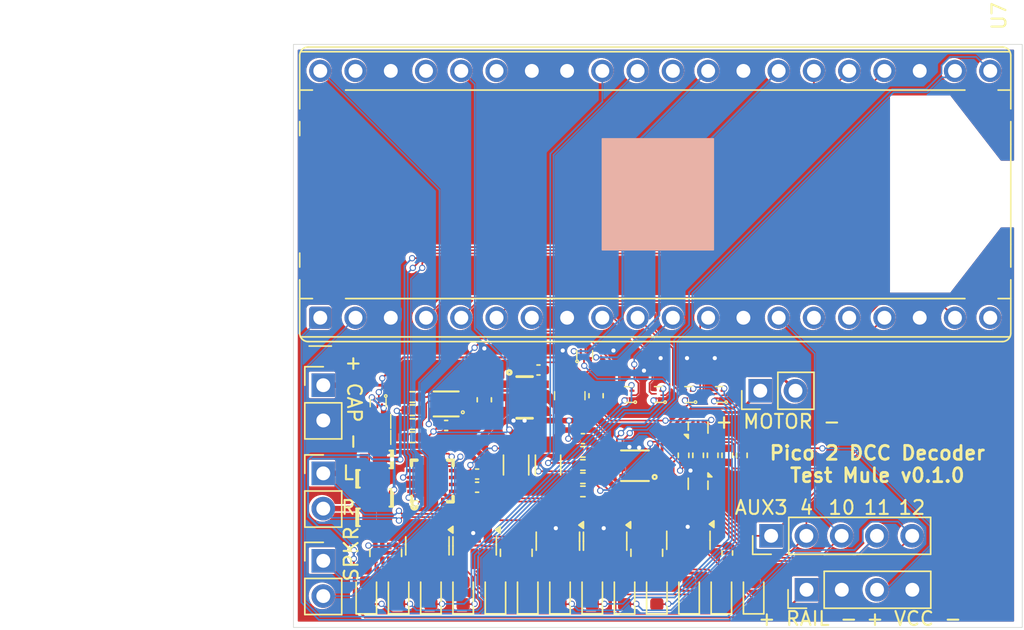
<source format=kicad_pcb>
(kicad_pcb (version 20240108) (generator "pcbnew") (generator_version "8.0")
  (title_block (date "2025-02-16") (rev "v0.1.0"))
  (layers (0 "F.Cu" signal) (31 "B.Cu" signal) (34 "B.Paste" user) (35 "F.Paste" user) (36 "B.SilkS" user "B.Silkscreen") (37 "F.SilkS" user "F.Silkscreen") (38 "B.Mask" user) (39 "F.Mask" user) (44 "Edge.Cuts" user))
  (net 0 "")
  (net 1 "GND")
  (net 2 "+3.3V")
  (net 3 "/CAP_VDC")
  (net 4 "/SWITCH")
  (net 5 "Net-(U2-BST)")
  (net 6 "/LAMP_FRONT")
  (net 7 "Net-(D7-A)")
  (net 8 "Net-(D8-A)")
  (net 9 "/LAMP_REAR")
  (net 10 "Net-(D9-A)")
  (net 11 "Net-(D10-A)")
  (net 12 "Net-(D11-K)")
  (net 13 "Net-(D11-A)")
  (net 14 "Net-(D12-K)")
  (net 15 "Net-(D12-A)")
  (net 16 "Net-(D13-A)")
  (net 17 "Net-(D14-A)")
  (net 18 "Net-(D15-A)")
  (net 19 "Net-(D16-A)")
  (net 20 "Net-(D17-A)")
  (net 21 "Net-(D17-K)")
  (net 22 "Net-(D18-A)")
  (net 23 "Net-(D18-K)")
  (net 24 "Net-(D19-A)")
  (net 25 "Net-(D19-K)")
  (net 26 "/SPEAKER_P")
  (net 27 "/SPEAKER_N")
  (net 28 "VDC")
  (net 29 "/CAP+")
  (net 30 "/TRACK_RIGHT")
  (net 31 "/TRACK_LEFT")
  (net 32 "/AUX3")
  (net 33 "/AUX12")
  (net 34 "/AUX11")
  (net 35 "/AUX4")
  (net 36 "/AUX10")
  (net 37 "/MOTOR_A")
  (net 38 "/MOTOR_B")
  (net 39 "Net-(Q3A-B1)")
  (net 40 "Net-(Q3B-E2)")
  (net 41 "Net-(Q3B-B2)")
  (net 42 "Net-(Q4A-B1)")
  (net 43 "/COMP_P")
  (net 44 "/COMP_N")
  (net 45 "+5V")
  (net 46 "Net-(Q1A-G1)")
  (net 47 "/RC_TX")
  (net 48 "/ADC_EMF_A")
  (net 49 "/ADC_EMF_B")
  (net 50 "/GPIO25")
  (net 51 "/I2S_LRCLK")
  (net 52 "/GPIO9")
  (net 53 "/GPIO7")
  (net 54 "/GPIO2")
  (net 55 "/GPIO6")
  (net 56 "/CAP_ENABLE")
  (net 57 "/GPIO4")
  (net 58 "/GPIO3")
  (net 62 "/I2S_DIN")
  (net 64 "/GPIO8")
  (net 65 "/GPIO5")
  (net 66 "/GPIO26")
  (net 69 "/I2S_BCLK")
  (net 70 "/DCC_TTL")
  (net 71 "Net-(Q1B-G2)")
  (net 72 "/AUX2 (VDC)")
  (net 73 "/AUX1 (VDC)")
  (net 74 "/AUX8 (VDC)")
  (net 75 "/AUX6 (VDC)")
  (net 76 "/AUX5 (VDC)")
  (net 77 "/AUX7 (VDC)")
  (footprint "pico2-test-mule:IND-SMD_L2.5-W2.0-VLS252012CX-150M" (layer "F.Cu") (at 108.05 63.955 90)
    (property "Reference" "L1" (hide yes))
    (property "Value" "4.7uH" (hide yes))
  )
  (footprint "Package_TO_SOT_SMD:SOT-963" (layer "F.Cu") (at 117.3 66.25 90)
    (property "Reference" "Q4" (hide yes))
    (property "Value" "NST847BPDP6T5G" (hide yes))
  )
  (footprint "Resistor_SMD:R_0402_1005Metric" (layer "F.Cu") (at 117.3 68.25 90)
    (property "Reference" "R8" (hide yes))
    (property "Value" "6.8K" (hide yes))
  )
  (footprint "Resistor_SMD:R_0402_1005Metric" (layer "F.Cu") (at 116.25 68.25 90)
    (property "Reference" "R7" (hide yes))
    (property "Value" "6.8K" (hide yes))
  )
  (footprint "Resistor_SMD:R_Array_Concave_4x0402" (layer "F.Cu") (at 104.2 75.2725 -90)
    (property "Reference" "RN2" (hide yes))
    (property "Value" "R_Pack04" (hide yes))
  )
  (footprint "LED_SMD:LED_0603_1608Metric" (layer "F.Cu") (at 105.025 78.185 90)
    (property "Reference" "D12" (hide yes))
    (property "Value" "AUX4" (hide yes))
  )
  (footprint "LED_SMD:LED_0603_1608Metric" (layer "F.Cu") (at 112 78.185 90)
    (property "Reference" "D15" (hide yes))
    (property "Value" "AUX7" (hide yes))
  )
  (footprint "Capacitor_SMD:C_0402_1005Metric" (layer "F.Cu") (at 99.15 66.1 180)
    (property "Reference" "C1" (hide yes))
    (property "Value" "100nF" (hide yes))
  )
  (footprint "LED_SMD:LED_0603_1608Metric" (layer "F.Cu") (at 102.7 78.185 90)
    (property "Reference" "D11" (hide yes))
    (property "Value" "AUX3" (hide yes))
  )
  (footprint "Package_TO_SOT_SMD:SOT-23" (layer "F.Cu") (at 116.6 74.3725 -90)
    (property "Reference" "Q13" (hide yes))
    (property "Value" "SS8050" (hide yes))
  )
  (footprint "pico2-test-mule:X2-DFN0806-6_L0.8-W0.6_X2-DFN0806-6" (layer "F.Cu") (at 109.13 61.01)
    (property "Reference" "Q1" (hide yes))
    (property "Value" "DMN2991UDA-7B" (hide yes))
  )
  (footprint "Capacitor_SMD:C_0402_1005Metric" (layer "F.Cu") (at 109 67.05)
    (property "Reference" "C20" (hide yes))
    (property "Value" "100nF" (hide yes))
  )
  (footprint "Resistor_SMD:R_Array_Concave_4x0402" (layer "F.Cu") (at 94.8 75.285 -90)
    (property "Reference" "RN1" (hide yes))
    (property "Value" "R_Pack04" (hide yes))
  )
  (footprint "Connector_PinHeader_2.54mm:PinHeader_1x04_P2.54mm_Vertical" (layer "F.Cu") (at 125.11 77.935 90)
    (property "Reference" "J4" (hide yes))
    (property "Value" "POWER" (hide yes))
  )
  (footprint "pico2-test-mule:DFN-8_L1.6-W1.6-P0.40-BL-EP" (layer "F.Cu") (at 99.15 64.55 90)
    (property "Reference" "U1" (hide yes))
    (property "Value" "NCS2220AMUT1G" (hide yes))
  )
  (footprint "Resistor_SMD:R_0402_1005Metric" (layer "F.Cu") (at 120.45 68.25 -90)
    (property "Reference" "R11" (hide yes))
    (property "Value" "22R" (hide yes))
  )
  (footprint "pico2-test-mule:U-DFN1608-2_L1.6-W0.8-RD" (layer "F.Cu") (at 94.1975 72.7175)
    (property "Reference" "D2" (hide yes))
    (property "Value" "LMBR4020H3T5G" (hide yes))
  )
  (footprint "Module:RaspberryPi_Pico_Common_THT" (layer "F.Cu") (at 90.0825 58.34 90)
    (property "Reference" "U7")
    (property "Value" "PICO" (hide yes))
  )
  (footprint "pico2-test-mule:U-DFN1608-2_L1.6-W0.8-RD" (layer "F.Cu") (at 94.1975 69.9425)
    (property "Reference" "D1" (hide yes))
    (property "Value" "LMBR4020H3T5G" (hide yes))
  )
  (footprint "pico2-test-mule:U-DFN1608-2_L1.6-W0.8-RD" (layer "F.Cu") (at 93.7975 71.3175 180)
    (property "Reference" "D4" (hide yes))
    (property "Value" "LMBR4020H3T5G" (hide yes))
  )
  (footprint "Resistor_SMD:R_Array_Concave_4x0402" (layer "F.Cu") (at 113.6 75.2725 -90)
    (property "Reference" "RN3" (hide yes))
    (property "Value" "R_Pack04" (hide yes))
  )
  (footprint "Resistor_SMD:R_0402_1005Metric" (layer "F.Cu") (at 109 70.85)
    (property "Reference" "R19" (hide yes))
    (property "Value" "1K" (hide yes))
  )
  (footprint "Capacitor_SMD:C_1206_3216Metric" (layer "F.Cu") (at 106.49 68.95 -90)
    (property "Reference" "C17" (hide yes))
    (property "Value" "47uF" (hide yes))
  )
  (footprint "Resistor_SMD:R_0402_1005Metric" (layer "F.Cu") (at 119.4 75.285 -90)
    (property "Reference" "R5" (hide yes))
    (property "Value" "100R" (hide yes))
  )
  (footprint "LED_SMD:LED_0603_1608Metric" (layer "F.Cu") (at 107.35 78.185 90)
    (property "Reference" "D13" (hide yes))
    (property "Value" "AUX5" (hide yes))
  )
  (footprint "Resistor_SMD:R_0402_1005Metric" (layer "F.Cu") (at 96.71 64.05 180)
    (property "Reference" "R2" (hide yes))
    (property "Value" "1K" (hide yes))
  )
  (footprint "Connector_PinHeader_2.54mm:PinHeader_1x02_P2.54mm_Vertical" (layer "F.Cu") (at 90.3 75.85)
    (property "Reference" "J2" (hide yes))
    (property "Value" "SPEAKER" (hide yes))
  )
  (footprint "LED_SMD:LED_0603_1608Metric" (layer "F.Cu") (at 121.3 78.185 90)
    (property "Reference" "D19" (hide yes))
    (property "Value" "AUX12" (hide yes))
  )
  (footprint "Capacitor_SMD:C_0603_1608Metric" (layer "F.Cu") (at 109.95 63.955 90)
    (property "Reference" "C7" (hide yes))
    (property "Value" "22uF" (hide yes))
  )
  (footprint "Package_TO_SOT_SMD:SOT-963" (layer "F.Cu") (at 117.3 70.3 -90)
    (property "Reference" "Q3" (hide yes))
    (property "Value" "NST847BPDP6T5G" (hide yes))
  )
  (footprint "Connector_PinHeader_2.54mm:PinHeader_1x02_P2.54mm_Vertical" (layer "F.Cu") (at 90.3 69.55)
    (property "Reference" "J6" (hide yes))
    (property "Value" "RAILS" (hide yes))
  )
  (footprint "Resistor_SMD:R_0402_1005Metric" (layer "F.Cu") (at 109 68)
    (property "Reference" "R17" (hide yes))
    (property "Value" "1K" (hide yes))
  )
  (footprint "LED_SMD:LED_0603_1608Metric" (layer "F.Cu") (at 98.05 78.185 90)
    (property "Reference" "D9" (hide yes))
    (property "Value" "AUX1" (hide yes))
  )
  (footprint "Resistor_SMD:R_0402_1005Metric" (layer "F.Cu") (at 109 68.95)
    (property "Reference" "R16" (hide yes))
    (property "Value" "6.8K" (hide yes))
  )
  (footprint "Connector_PinHeader_2.54mm:PinHeader_1x02_P2.54mm_Vertical" (layer "F.Cu") (at 121.775 63.6 90)
    (property "Reference" "J8" (hide yes))
    (property "Value" "MOTOR" (hide yes))
  )
  (footprint "Resistor_SMD:R_0402_1005Metric" (layer "F.Cu") (at 96.71 66 180)
    (property "Reference" "R4" (hide yes))
    (property "Value" "1K" (hide yes))
  )
  (footprint "Package_TO_SOT_SMD:SOT-23" (layer "F.Cu") (at 101.2 74.7725 -90)
    (property "Reference" "Q10" (hide yes))
    (property "Value" "SS8050" (hide yes))
  )
  (footprint "Package_TO_SOT_SMD:SOT-23" (layer "F.Cu") (at 107.2 74.435 -90)
    (property "Reference" "Q11" (hide yes))
    (property "Value" "SS8050" (hide yes))
  )
  (footprint "LED_SMD:LED_0603_1608Metric" (layer "F.Cu") (at 95.725 78.185 90)
    (property "Reference" "D8" (hide yes))
    (property "Value" "LAMP_REAR" (hide yes))
  )
  (footprint "Capacitor_SMD:C_1206_3216Metric" (layer "F.Cu") (at 104.19 68.95 -90)
    (property "Reference" "C8" (hide yes))
    (property "Value" "100uF" (hide yes))
  )
  (footprint "LED_SMD:LED_0603_1608Metric" (layer "F.Cu") (at 100.375 78.185 90)
    (property "Reference" "D10" (hide yes))
    (property "Value" "AUX2" (hide yes))
  )
  (footprint "pico2-test-mule:DIO-SMD_L1.0-W0.6-P0.65-RD" (layer "F.Cu") (at 94.15 66.95 180)
    (property "Reference" "D5" (hide yes))
    (property "Value" "RB161QS-40" (hide yes))
  )
  (footprint "pico2-test-mule:DIO-SMD_L1.0-W0.6-P0.65-RD" (layer "F.Cu") (at 94.15 65.8 180)
    (property "Reference" "D6" (hide yes))
    (property "Value" "RB161QS-40" (hide yes))
  )
  (footprint "pico2-test-mule:TSOT-26_L2.9-W1.6-P0.95-LS2.8-BL" (layer "F.Cu") (at 104.8 64.08 -90)
    (property "Reference" "U2" (hide yes))
    (property "Value" "AP63203WU" (hide yes))
  )
  (footprint "pico2-test-mule:TQFN-16_L3.0-W3.0-P0.50-BL-EP1.5" (layer "F.Cu") (at 98.15 70.1)
    (property "Reference" "U5" (hide yes))
    (property "Value" "MAX98357AEWL+T" (hide yes))
  )
  (footprint "LED_SMD:LED_0603_1608Metric" (layer "F.Cu") (at 116.65 78.185 90)
    (property "Reference" "D17" (hide yes))
    (property "Value" "AUX10" (hide yes))
  )
  (footprint "Capacitor_SMD:C_0402_1005Metric" (layer "F.Cu") (at 101.38 70.55)
    (property "Reference" "C19" (hide yes))
    (property "Value" "4.7uF" (hide yes))
  )
  (footprint "pico2-test-mule:X2-DFN0806-6_L0.8-W0.6_X2-DFN0806-6" (layer "F.Cu") (at 118.85 63.87 90)
    (property "Reference" "Q8" (hide yes))
    (property "Value" "DMN2991UDA-7B" (hide yes))
  )
  (footprint "Resistor_SMD:R_0402_1005Metric" (layer "F.Cu") (at 118.35 68.2475 90)
    (property "Reference" "R12" (hide yes))
    (property "Value" "6.8K" (hide yes))
  )
  (footprint "Resistor_SMD:R_0402_1005Metric" (layer "F.Cu") (at 109 69.9)
    (property "Reference" "R18" (hide yes))
    (property "Value" "6.8K" (hide yes))
  )
  (footprint "Resistor_SMD:R_0402_1005Metric" (layer "F.Cu") (at 96.71 65)
    (property "Reference" "R1" (hide yes))
    (property "Value" "6.8K" (hide yes))
  )
  (footprint "Capacitor_SMD:C_0402_1005Metric" (layer "F.Cu") (at 105.8 62.105 180)
    (property "Reference" "C5" (hide yes))
    (property "Value" "100nF" (hide yes))
  )
  (footprint "pico2-test-mule:U-DFN1608-2_L1.6-W0.8-RD" (layer "F.Cu") (at 93.7975 68.5425 180)
    (property "Reference" "D3" (hide yes))
    (property "Value" "LMBR4020H3T5G" (hide yes))
  )
  (footprint "Capacitor_SMD:C_0603_1608Metric" (layer "F.Cu") (at 101.9 64.25 90)
    (property "Reference" "C2" (hide yes))
    (property "Value" "10uF" (hide yes))
  )
  (footprint "LED_SMD:LED_0603_1608Metric" (layer "F.Cu") (at 118.975 78.185 90)
    (property "Reference" "D18" (hide yes))
    (property "Value" "AUX11" (hide yes))
  )
  (footprint "Resistor_SMD:R_0402_1005Metric" (layer "F.Cu") (at 96.71 66.95 180)
    (property "Reference" "R3" (hide yes))
    (property "Value" "2.2K" (hide yes))
  )
  (footprint "Package_TO_SOT_SMD:SOT-23" (layer "F.Cu") (at 110.6 74.435 -90)
    (property "Reference" "Q12" (hide yes))
    (property "Value" "SS8050" (hide yes))
  )
  (footprint "pico2-test-mule:X2-DFN0806-6_L0.8-W0.6_X2-DFN0806-6" (layer "F.Cu") (at 114.449771 63.87 90)
    (property "Reference" "Q6" (hide yes))
    (property "Value" "DMN2991UDA-7B" (hide yes))
  )
  (footprint "LED_SMD:LED_0603_1608Metric" (layer "F.Cu") (at 93.4 78.185 90)
    (property "Reference" "D7" (hide yes))
    (property "Value" "LAMP_FRONT" (hide yes))
  )
  (footprint "Capacitor_SMD:C_0402_1005Metric" (layer "F.Cu") (at 101.38 69.6)
    (property "Reference" "C18" (hide yes))
    (property "Value" "4.7uF" (hide yes))
  )
  (footprint "LED_SMD:LED_0603_1608Metric" (layer "F.Cu") (at 109.675 78.185 90)
    (property "Reference" "D14" (hide yes))
    (property "Value" "AUX6" (hide yes))
  )
  (footprint "Package_TO_SOT_SMD:SOT-23" (layer "F.Cu") (at 97.8 74.7725 -90)
    (property "Reference" "Q9" (hide yes))
    (property "Value" "SS8050" (hide yes))
  )
  (footprint "pico2-test-mule:X2-DFN0806-6_L0.8-W0.6_X2-DFN0806-6" (layer "F.Cu") (at 116.64 63.87 90)
    (property "Reference" "Q7" (hide yes))
    (property "Value" "DMN2991UDA-7B" (hide yes))
  )
  (footprint "Resistor_SMD:R_0402_1005Metric" (layer "F.Cu") (at 119.4 68.25 -90)
    (property "Reference" "R13" (hide yes))
    (property "Value" "6.8K" (hide yes))
  )
  (footprint "Connector_PinHeader_2.54mm:PinHeader_1x05_P2.54mm_Vertical" (layer "F.Cu") (at 122.56 74.05 90)
    (property "Reference" "J7" (hide yes))
    (property "Value" "AUX" (hide yes))
  )
  (footprint "Connector_PinHeader_2.54mm:PinHeader_1x02_P2.54mm_Vertical" (layer "F.Cu") (at 90.3 63.2)
    (property "Reference" "J5" (hide yes))
    (property "Value" "EXT_CAP" (hide yes))
  )
  (footprint "pico2-test-mule:X2-DFN0806-6_L0.8-W0.6_X2-DFN0806-6" (layer "F.Cu") (at 112.3 63.87 90)
    (property "Reference" "Q5" (hide yes))
    (property "Value" "DMN2991UDA-7B" (hide yes))
  )
  (footprint "pico2-test-mule:WDFN-8_L2.0-W2.0-P0.50-BL-EP" (layer "F.Cu") (at 112.75 69 90)
    (property "Reference" "U6" (hide yes))
    (property "Value" "MD9927" (hide yes))
  )
  (footprint "pico2-test-mule:X2-DFN0806-6_L0.8-W0.6_X2-DFN0806-6" (layer "F.Cu") (at 94.25 64.45 180)
    (property "Reference" "Q2" (hide yes))
    (property "Value" "DMN2991UDA-7B" (hide yes))
  )
  (footprint "LED_SMD:LED_0603_1608Metric" (layer "F.Cu") (at 114.325 78.185 90)
    (property "Reference" "D16" (hide yes))
    (property "Value" "AUX8" (hide yes))
  )
  (gr_rect (start 110.4 45.45) (end 118.4 53.45) (stroke (width 0.1)) (fill solid) (layer "B.SilkS"))
  (gr_rect (start 88.15 38.65) (end 140.65 80.65) (stroke (width 0.05)) (fill none) (layer "Edge.Cuts"))
  (gr_text "10" (at 127.65 72.6 0) (layer "F.SilkS") (effects (font (size 1 1)) (justify bottom)))
  (gr_text "+ CAP -" (at 91.95 64.45 270) (layer "F.SilkS") (effects (font (size 1 1)) (justify bottom)))
  (gr_text "SPKR" (at 92.9 75.35 90) (layer "F.SilkS") (effects (font (size 1 1)) (justify bottom)))
  (gr_text "R" (at 92.1 72.6 0) (layer "F.SilkS") (effects (font (size 1 1)) (justify bottom)))
  (gr_text "Pico 2 DCC Decoder\nTest Mule ${REVISION}" (at 130.21 68.89 0) (layer "F.SilkS") (effects (font (size 1 1) (thickness 0.2) (bold yes))))
  (gr_text "11" (at 130.2 72.6 0) (layer "F.SilkS") (effects (font (size 1 1)) (justify bottom)))
  (gr_text "+ RAIL -" (at 125.2 80.6 0) (layer "F.SilkS") (effects (font (size 1 1)) (justify bottom)))
  (gr_text "12" (at 132.7 72.6 0) (layer "F.SilkS") (effects (font (size 1 1)) (justify bottom)))
  (gr_text "+ VCC -" (at 132.85 80.6 0) (layer "F.SilkS") (effects (font (size 1 1)) (justify bottom)))
  (gr_text "4" (at 125.1 72.6 0) (layer "F.SilkS") (effects (font (size 1 1)) (justify bottom)))
  (gr_text "L" (at 92.1 70.1 0) (layer "F.SilkS") (effects (font (size 1 1)) (justify bottom)))
  (gr_text "+ MOTOR -" (at 123.05 66.4 0) (layer "F.SilkS") (effects (font (size 1 1)) (justify bottom)))
  (gr_text "AUX3" (at 121.85 72.6 0) (layer "F.SilkS") (effects (font (size 1 1)) (justify bottom)))
  (segment (start 106.25 73.4975) (end 107.0475 73.4975) (width 0.12) (layer "F.Cu") (net 1))
  (segment (start 117.3 68.8) (end 116.75 69.35) (width 0.12) (layer "F.Cu") (net 1))
  (segment (start 115.65 73.435) (end 116.515 73.435) (width 0.12) (layer "F.Cu") (net 1))
  (segment (start 116.515 73.435) (end 116.55 73.4) (width 0.12) (layer "F.Cu") (net 1))
  (segment (start 107.0475 73.4975) (end 107.05 73.5) (width 0.12) (layer "F.Cu") (net 1))
  (segment (start 109.65 73.4975) (end 110.4975 73.4975) (width 0.12) (layer "F.Cu") (net 1))
  (segment (start 100.25 73.835) (end 101.085 73.835) (width 0.12) (layer "F.Cu") (net 1))
  (segment (start 101.085 73.835) (end 101.1 73.85) (width 0.12) (layer "F.Cu") (net 1))
  (segment (start 110.4975 73.4975) (end 110.5 73.5) (width 0.12) (layer "F.Cu") (net 1))
  (via (at 116.5 61.25) (size 0.45) (drill 0.3) (layers "F.Cu" "B.Cu") (net 1))
  (via (at 112.35 67.65) (size 0.45) (drill 0.3) (layers "F.Cu" "B.Cu") (net 1))
  (via (at 101.9 60.55) (size 0.45) (drill 0.3) (layers "F.Cu" "B.Cu") (net 1))
  (via (at 114.6 61.25) (size 0.45) (drill 0.3) (layers "F.Cu" "B.Cu") (net 1))
  (via (at 101.1 73.85) (size 0.45) (drill 0.3) (layers "F.Cu" "B.Cu") (net 1))
  (via (at 116.55 73.4) (size 0.45) (drill 0.3) (layers "F.Cu" "B.Cu") (net 1))
  (via (at 113.05 67.7) (size 0.45) (drill 0.3) (layers "F.Cu" "B.Cu") (net 1))
  (via (at 116.75 69.35) (size 0.45) (drill 0.3) (layers "F.Cu" "B.Cu") (net 1))
  (via (at 107.55 60.7) (size 0.45) (drill 0.3) (layers "F.Cu" "B.Cu") (net 1))
  (via (at 113.4 62.15) (size 0.45) (drill 0.3) (layers "F.Cu" "B.Cu") (net 1))
  (via (at 111.2 60.7) (size 0.45) (drill 0.3) (layers "F.Cu" "B.Cu") (net 1))
  (via (at 118.5 61.25) (size 0.45) (drill 0.3) (layers "F.Cu" "B.Cu") (net 1))
  (via (at 107.05 73.5) (size 0.45) (drill 0.3) (layers "F.Cu" "B.Cu") (net 1))
  (via (at 104 65.75) (size 0.45) (drill 0.3) (layers "F.Cu" "B.Cu") (net 1))
  (via (at 104.8 65.75) (size 0.45) (drill 0.3) (layers "F.Cu" "B.Cu") (net 1))
  (via (at 110.5 73.5) (size 0.45) (drill 0.3) (layers "F.Cu" "B.Cu") (net 1))
  (segment (start 103.275 67.475) (end 104.19 67.475) (width 0.12) (layer "F.Cu") (net 2))
  (segment (start 111.85 69.25) (end 111.55 69.25) (width 0.12) (layer "F.Cu") (net 2))
  (segment (start 104.19 67.475) (end 104.19 66.89) (width 0.4) (layer "F.Cu") (net 2))
  (segment (start 99.9 69.6) (end 99.65 69.35) (width 0.12) (layer "F.Cu") (net 2))
  (segment (start 120.45 67.709652) (end 119.810348 67.07) (width 0.12) (layer "F.Cu") (net 2))
  (segment (start 103.6 62.3) (end 104.35 61.55) (width 0.12) (layer "F.Cu") (net 2))
  (segment (start 111.55 69.25) (end 111.2 68.9) (width 0.12) (layer "F.Cu") (net 2))
  (segment (start 98.45 65.15) (end 98.45 65.88) (width 0.12) (layer "F.Cu") (net 2))
  (segment (start 117.818118 65.8) (end 117.65 65.8) (width 0.12) (layer "F.Cu") (net 2))
  (segment (start 109.7 65.75) (end 109.05 65.75) (width 0.12) (layer "F.Cu") (net 2))
  (segment (start 99.745 71.6) (end 100.795 70.55) (width 0.12) (layer "F.Cu") (net 2))
  (segment (start 108 65.75) (end 109.05 65.75) (width 0.4) (layer "F.Cu") (net 2))
  (segment (start 104.19 66.89) (end 103.7 66.4) (width 0.4) (layer "F.Cu") (net 2))
  (segment (start 117.984059 65.965941) (end 117.818118 65.8) (width 0.12) (layer "F.Cu") (net 2))
  (segment (start 126.24 67.74) (end 120.45 67.74) (width 0.12) (layer "F.Cu") (net 2))
  (segment (start 98.9 71.6) (end 99.745 71.6) (width 0.12) (layer "F.Cu") (net 2))
  (segment (start 97.22 66.95) (end 97.82 66.95) (width 0.12) (layer "F.Cu") (net 2))
  (segment (start 119.088118 67.07) (end 117.984059 65.965941) (width 0.12) (layer "F.Cu") (net 2))
  (segment (start 126.25 67.75) (end 126.24 67.74) (width 0.12) (layer "F.Cu") (net 2))
  (segment (start 108.575 63.125) (end 109.95 64.5) (width 0.4) (layer "F.Cu") (net 2))
  (segment (start 108.52 67.05) (end 107.95 67.05) (width 0.12) (layer "F.Cu") (net 2))
  (segment (start 111.2 68.9) (end 111.2 67.25) (width 0.12) (layer "F.Cu") (net 2))
  (segment (start 104.35 61.55) (end 107.2 61.55) (width 0.12) (layer "F.Cu") (net 2))
  (segment (start 111.2 67.25) (end 109.7 65.75) (width 0.12) (layer "F.Cu") (net 2))
  (segment (start 114.95 65.75) (end 110.97 65.75) (width 0.12) (layer "F.Cu") (net 2))
  (segment (start 98.45 65.88) (end 98.67 66.1) (width 0.12) (layer "F.Cu") (net 2))
  (segment (start 102.65 67.75) (end 103 67.75) (width 0.12) (layer "F.Cu") (net 2))
  (segment (start 110.97 65.75) (end 109.95 64.73) (width 0.12) (layer "F.Cu") (net 2))
  (segment (start 99.9 69.6) (end 100.9 69.6) (width 0.12) (layer "F.Cu") (net 2))
  (segment (start 105.915 65.75) (end 108 65.75) (width 0.4) (layer "F.Cu") (net 2))
  (segment (start 99.9 69.6) (end 99.65 69.85) (width 0.12) (layer "F.Cu") (net 2))
  (segment (start 107.95 62.3) (end 107.95 63.025) (width 0.12) (layer "F.Cu") (net 2))
  (segment (start 100.9 70.55) (end 100.9 69.6) (width 0.12) (layer "F.Cu") (net 2))
  (segment (start 107.2 61.55) (end 107.95 62.3) (width 0.12) (layer "F.Cu") (net 2))
  (segment (start 97.82 66.95) (end 98.67 66.1) (width 0.12) (layer "F.Cu") (net 2))
  (segment (start 100.9 69.6) (end 100.9 68.95) (width 0.12) (layer "F.Cu") (net 2))
  (segment (start 111.85 69.25) (end 111.85 69.75) (width 0.12) (layer "F.Cu") (net 2))
  (segment (start 109.05 65.75) (end 109.95 64.85) (width 0.4) (layer "F.Cu") (net 2))
  (segment (start 103.6 63.13) (end 103.6 62.3) (width 0.12) (layer "F.Cu") (net 2))
  (segment (start 117.984059 65.965941) (end 118.25 65.7) (width 0.12) (layer "F.Cu") (net 2))
  (segment (start 119.810348 67.07) (end 119.088118 67.07) (width 0.12) (layer "F.Cu") (net 2))
  (segment (start 104.19 67.475) (end 105.915 65.75) (width 0.4) (layer "F.Cu") (net 2))
  (segment (start 103 67.75) (end 103.275 67.475) (width 0.12) (layer "F.Cu") (net 2))
  (via (at 107.95 67.05) (size 0.45) (drill 0.3) (layers "F.Cu" "B.Cu") (net 2))
  (via (at 108 65.75) (size 0.45) (drill 0.3) (layers "F.Cu" "B.Cu") (net 2))
  (via (at 103.7 66.4) (size 0.45) (drill 0.3) (layers "F.Cu" "B.Cu") (net 2))
  (via (at 126.25 67.75) (size 0.45) (drill 0.3) (layers "F.Cu" "B.Cu") (net 2))
  (via (at 114.95 65.75) (size 0.45) (drill 0.3) (layers "F.Cu" "B.Cu") (net 2))
  (via (at 118.25 65.7) (size 0.45) (drill 0.3) (layers "F.Cu" "B.Cu") (net 2))
  (via (at 100.9 68.95) (size 0.45) (drill 0.3) (layers "F.Cu" "B.Cu") (net 2))
  (via (at 102.65 67.75) (size 0.45) (drill 0.3) (layers "F.Cu" "B.Cu") (net 2))
  (via (at 98.235 66.535) (size 0.45) (drill 0.3) (layers "F.Cu" "B.Cu") (net 2))
  (segment (start 134 74.75) (end 130.815 77.935) (width 0.12) (layer "B.Cu") (net 2))
  (segment (start 100.9 68.95) (end 102.1 67.75) (width 0.12) (layer "B.Cu") (net 2))
  (segment (start 107.95 67.05) (end 108 67) (width 0.12) (layer "B.Cu") (net 2))
  (segment (start 103.54 61.49) (end 103.54 66.24) (width 0.12) (layer "B.Cu") (net 2))
  (segment (start 98.3 66.6) (end 98.235 66.535) (width 0.12) (layer "B.Cu") (net 2))
  (segment (start 134 73.35) (end 134 74.75) (width 0.12) (layer "B.Cu") (net 2))
  (segment (start 126.25 67.75) (end 128.4 67.75) (width 0.12) (layer "B.Cu") (net 2))
  (segment (start 102.1 67.75) (end 102.65 67.75) (width 0.12) (layer "B.Cu") (net 2))
  (segment (start 103.54 66.24) (end 103.7 66.4) (width 0.12) (layer "B.Cu") (net 2))
  (segment (start 114.95 65.75) (end 118.2 65.75) (width 0.12) (layer "B.Cu") (net 2))
  (segment (start 108 67) (end 108 65.75) (width 0.12) (layer "B.Cu") (net 2))
  (segment (start 118.2 65.75) (end 118.25 65.7) (width 0.12) (layer "B.Cu") (net 2))
  (segment (start 100.2425 40.56) (end 101.2125 41.53) (width 0.12) (layer "B.Cu") (net 2))
  (segment (start 103.5 66.6) (end 98.3 66.6) (width 0.12) (layer "B.Cu") (net 2))
  (segment (start 103.7 66.4) (end 103.5 66.6) (width 0.12) (layer "B.Cu") (net 2))
  (segment (start 101.2125 59.1625) (end 103.54 61.49) (width 0.12) (layer "B.Cu") (net 2))
  (segment (start 101.2125 41.53) (end 101.2125 59.1625) (width 0.12) (layer "B.Cu") (net 2))
  (segment (start 128.4 67.75) (end 134 73.35) (width 0.12) (layer "B.Cu") (net 2))
  (segment (start 109.83 66.43) (end 110.83 67.43) (width 0.4) (layer "F.Cu") (net 3))
  (segment (start 103.6 65.03) (end 101.905 65.03) (width 0.4) (layer "F.Cu") (net 3))
  (segment (start 111.25 70.5) (end 113.25 70.5) (width 0.4) (layer "F.Cu") (net 3))
  (segment (start 102.02 68.55) (end 105.415 68.55) (width 0.4) (layer "F.Cu") (net 3))
  (segment (start 94.48 66.95) (end 95.11 67.58) (width 0.4) (layer "F.Cu") (net 3))
  (segment (start 101.05 67.58) (end 103.6 65.03) (width 0.4) (layer "F.Cu") (net 3))
  (segment (start 110.83 70.08) (end 111.25 70.5) (width 0.4) (layer "F.Cu") (net 3))
  (segment (start 101.05 67.58) (end 102.02 68.55) (width 0.4) (layer "F.Cu") (net 3))
  (segment (start 107.535 66.43) (end 109.83 66.43) (width 0.4) (layer "F.Cu") (net 3))
  (segment (start 110.83 67.43) (end 110.83 70.08) (width 0.4) (layer "F.Cu") (net 3))
  (segment (start 94.48 66.95) (end 94.48 65.8) (width 0.4) (layer "F.Cu") (net 3))
  (segment (start 113.25 70.5) (end 113.65 70.1) (width 0.4) (layer "F.Cu") (net 3))
  (segment (start 94.65 65.63) (end 94.48 65.8) (width 0.4) (layer "F.Cu") (net 3))
  (segment (start 105.415 68.55) (end 106.49 67.475) (width 0.4) (layer "F.Cu") (net 3))
  (segment (start 95.11 67.58) (end 101.05 67.58) (width 0.4) (layer "F.Cu") (net 3))
  (segment (start 103.6 65.03) (end 103.6 64.08) (width 0.4) (layer "F.Cu") (net 3))
  (segment (start 113.65 70.1) (end 113.65 69.75) (width 0.4) (layer "F.Cu") (net 3))
  (segment (start 94.65 64.85) (end 94.65 65.63) (width 0.4) (layer "F.Cu") (net 3))
  (segment (start 106.49 67.475) (end 107.535 66.43) (width 0.4) (layer "F.Cu") (net 3))
  (via (at 94.65 64.85) (size 0.45) (drill 0.3) (layers "F.Cu" "B.Cu") (net 3))
  (via (at 93.799998 64.075002) (size 0.45) (drill 0.3) (layers "F.Cu" "B.Cu") (net 3))
  (segment (start 94.55 64.85) (end 94.65 64.85) (width 0.15) (layer "B.Cu") (net 3))
  (segment (start 93.799998 64.075002) (end 93.799998 64.099998) (width 0.15) (layer "B.Cu") (net 3))
  (segment (start 93.799998 64.099998) (end 94.55 64.85) (width 0.15) (layer "B.Cu") (net 3))
  (segment (start 105.725 64.08) (end 105.24 63.595) (width 0.12) (layer "F.Cu") (net 4))
  (segment (start 105.24 63.595) (end 105.24 62.185) (width 0.12) (layer "F.Cu") (net 4))
  (segment (start 106.28 62.85) (end 106 63.13) (width 0.12) (layer "F.Cu") (net 5))
  (segment (start 106.28 62.105) (end 106.28 62.85) (width 0.12) (layer "F.Cu") (net 5))
  (segment (start 93.4 78.9725) (end 94.4775 78.9725) (width 0.15) (layer "F.Cu") (net 6))
  (segment (start 114.689771 63.545) (end 114.784771 63.45) (width 0.12) (layer "F.Cu") (net 6))
  (segment (start 114.689771 63.6) (end 114.689771 63.545) (width 0.12) (layer "F.Cu") (net 6))
  (via (at 94.5 78.95) (size 0.45) (drill 0.3) (layers "F.Cu" "B.Cu") (net 6))
  (via (at 114.784771 63.45) (size 0.45) (drill 0.3) (layers "F.Cu" "B.Cu") (net 6))
  (segment (start 94.5 78.95) (end 95.19 79.64) (width 0.12) (layer "B.Cu") (net 6))
  (segment (start 113.81531 65.22) (end 114.784771 64.250539) (width 0.12) (layer "B.Cu") (net 6))
  (segment (start 101.89 78.664192) (end 101.66 78.434192) (width 0.12) (layer "B.Cu") (net 6))
  (segment (start 95.19 79.64) (end 101.485809 79.64) (width 0.12) (layer "B.Cu") (net 6))
  (segment (start 101.66 78.434192) (end 101.66 75.61581) (width 0.12) (layer "B.Cu") (net 6))
  (segment (start 112.05581 65.22) (end 113.81531 65.22) (width 0.12) (layer "B.Cu") (net 6))
  (segment (start 101.485809 79.64) (end 101.89 79.235809) (width 0.12) (layer "B.Cu") (net 6))
  (segment (start 101.89 79.235809) (end 101.89 78.664192) (width 0.12) (layer "B.Cu") (net 6))
  (segment (start 101.66 75.61581) (end 112.05581 65.22) (width 0.12) (layer "B.Cu") (net 6))
  (segment (start 114.784771 64.250539) (end 114.784771 63.45) (width 0.12) (layer "B.Cu") (net 6))
  (segment (start 94.05 76.7475) (end 93.4 77.3975) (width 0.12) (layer "F.Cu") (net 7))
  (segment (start 94.05 75.785) (end 94.05 76.7475) (width 0.12) (layer "F.Cu") (net 7))
  (segment (start 94.55 76.2225) (end 95.725 77.3975) (width 0.12) (layer "F.Cu") (net 8))
  (segment (start 94.55 75.785) (end 94.55 76.2225) (width 0.12) (layer "F.Cu") (net 8))
  (segment (start 96.5275 78.9725) (end 96.55 78.95) (width 0.12) (layer "F.Cu") (net 9))
  (segment (start 114.209771 64.175) (end 114.084771 64.3) (width 0.12) (layer "F.Cu") (net 9))
  (segment (start 114.209771 64.15) (end 114.209771 64.175) (width 0.12) (layer "F.Cu") (net 9))
  (segment (start 95.725 78.9725) (end 96.5275 78.9725) (width 0.12) (layer "F.Cu") (net 9))
  (via (at 96.55 78.95) (size 0.45) (drill 0.3) (layers "F.Cu" "B.Cu") (net 9))
  (via (at 114.084771 64.3) (size 0.45) (drill 0.3) (layers "F.Cu" "B.Cu") (net 9))
  (segment (start 101.66 78.759461) (end 101.43 78.529461) (width 0.12) (layer "B.Cu") (net 9))
  (segment (start 101.66 79.140539) (end 101.66 78.759461) (width 0.12) (layer "B.Cu") (net 9))
  (segment (start 101.390539 79.41) (end 101.66 79.140539) (width 0.12) (layer "B.Cu") (net 9))
  (segment (start 101.43 75.52054) (end 111.96054 64.99) (width 0.12) (layer "B.Cu") (net 9))
  (segment (start 114.084771 64.625269) (end 114.084771 64.3) (width 0.12) (layer "B.Cu") (net 9))
  (segment (start 111.96054 64.99) (end 113.72004 64.99) (width 0.12) (layer "B.Cu") (net 9))
  (segment (start 101.43 78.529461) (end 101.43 75.52054) (width 0.12) (layer "B.Cu") (net 9))
  (segment (start 96.55 78.95) (end 97.01 79.41) (width 0.12) (layer "B.Cu") (net 9))
  (segment (start 113.72004 64.99) (end 114.084771 64.625269) (width 0.12) (layer "B.Cu") (net 9))
  (segment (start 97.01 79.41) (end 101.390539 79.41) (width 0.12) (layer "B.Cu") (net 9))
  (segment (start 95.05 76.155) (end 95.4675 76.5725) (width 0.12) (layer "F.Cu") (net 10))
  (segment (start 95.05 75.785) (end 95.05 76.155) (width 0.12) (layer "F.Cu") (net 10))
  (segment (start 96.825 77.3975) (end 98.05 77.3975) (width 0.12) (layer "F.Cu") (net 10))
  (segment (start 96 76.5725) (end 96.825 77.3975) (width 0.12) (layer "F.Cu") (net 10))
  (segment (start 95.4675 76.5725) (end 96 76.5725) (width 0.12) (layer "F.Cu") (net 10))
  (segment (start 97.610094 76.75) (end 99.7275 76.75) (width 0.12) (layer "F.Cu") (net 11))
  (segment (start 99.7275 76.75) (end 100.375 77.3975) (width 0.12) (layer "F.Cu") (net 11))
  (segment (start 96.111838 76.3025) (end 96.581838 76.7725) (width 0.12) (layer "F.Cu") (net 11))
  (segment (start 96.0675 76.3025) (end 96.111838 76.3025) (width 0.12) (layer "F.Cu") (net 11))
  (segment (start 97.587594 76.7725) (end 97.610094 76.75) (width 0.12) (layer "F.Cu") (net 11))
  (segment (start 95.55 75.785) (end 96.0675 76.3025) (width 0.12) (layer "F.Cu") (net 11))
  (segment (start 96.581838 76.7725) (end 97.587594 76.7725) (width 0.12) (layer "F.Cu") (net 11))
  (segment (start 101.1 77.69777) (end 101.1 77.035094) (width 0.12) (layer "F.Cu") (net 12))
  (segment (start 102.37473 78.9725) (end 101.1 77.69777) (width 0.12) (layer "F.Cu") (net 12))
  (segment (start 99.774906 75.71) (end 97.8 75.71) (width 0.12) (layer "F.Cu") (net 12))
  (segment (start 101.1 77.035094) (end 99.774906 75.71) (width 0.12) (layer "F.Cu") (net 12))
  (segment (start 102.7 76.5225) (end 102.7 77.3975) (width 0.12) (layer "F.Cu") (net 13))
  (segment (start 103.45 75.7725) (end 102.7 76.5225) (width 0.12) (layer "F.Cu") (net 13))
  (segment (start 104.3775 78.325) (end 105.025 78.9725) (width 0.12) (layer "F.Cu") (net 14))
  (segment (start 101.37 77.6425) (end 102.0525 78.325) (width 0.12) (layer "F.Cu") (net 14))
  (segment (start 102.0525 78.325) (end 104.3775 78.325) (width 0.12) (layer "F.Cu") (net 14))
  (segment (start 101.2 76.753256) (end 101.37 76.923256) (width 0.12) (layer "F.Cu") (net 14))
  (segment (start 101.37 76.923256) (end 101.37 77.6425) (width 0.12) (layer "F.Cu") (net 14))
  (segment (start 101.2 75.71) (end 101.2 76.753256) (width 0.12) (layer "F.Cu") (net 14))
  (segment (start 103.95 76.3225) (end 105.025 77.3975) (width 0.12) (layer "F.Cu") (net 15))
  (segment (start 103.95 75.7725) (end 103.95 76.3225) (width 0.12) (layer "F.Cu") (net 15))
  (segment (start 104.45 76.2425) (end 104.9575 76.75) (width 0.12) (layer "F.Cu") (net 16))
  (segment (start 104.45 75.7725) (end 104.45 76.2425) (width 0.12) (layer "F.Cu") (net 16))
  (segment (start 106.7025 76.75) (end 107.35 77.3975) (width 0.12) (layer "F.Cu") (net 16))
  (segment (start 104.9575 76.75) (end 106.7025 76.75) (width 0.12) (layer "F.Cu") (net 16))
  (segment (start 104.95 75.7725) (end 105.6575 76.48) (width 0.12) (layer "F.Cu") (net 17))
  (segment (start 105.6575 76.48) (end 108.7575 76.48) (width 0.12) (layer "F.Cu") (net 17))
  (segment (start 108.7575 76.48) (end 109.675 77.3975) (width 0.12) (layer "F.Cu") (net 17))
  (segment (start 112.85 76.5475) (end 112 77.3975) (width 0.12) (layer "F.Cu") (net 18))
  (segment (start 112.85 75.7725) (end 112.85 76.5475) (width 0.12) (layer "F.Cu") (net 18))
  (segment (start 113.35 76.4225) (end 114.325 77.3975) (width 0.12) (layer "F.Cu") (net 19))
  (segment (start 113.35 75.7725) (end 113.35 76.4225) (width 0.12) (layer "F.Cu") (net 19))
  (segment (start 116.0025 76.75) (end 116.65 77.3975) (width 0.12) (layer "F.Cu") (net 20))
  (segment (start 113.85 76.1425) (end 114.4575 76.75) (width 0.12) (layer "F.Cu") (net 20))
  (segment (start 113.85 75.7725) (end 113.85 76.1425) (width 0.12) (layer "F.Cu") (net 20))
  (segment (start 114.4575 76.75) (end 116.0025 76.75) (width 0.12) (layer "F.Cu") (net 20))
  (segment (start 110.55 77.185094) (end 110.55 77.45) (width 0.12) (layer "F.Cu") (net 21))
  (segment (start 111.355 79.358338) (end 111.669162 79.6725) (width 0.12) (layer "F.Cu") (net 21))
  (segment (start 111.669162 79.6725) (end 115.95 79.6725) (width 0.12) (layer "F.Cu") (net 21))
  (segment (start 110.55 77.45) (end 111.355 78.255) (width 0.12) (layer "F.Cu") (net 21))
  (segment (start 111.355 78.255) (end 111.355 79.358338) (width 0.12) (layer "F.Cu") (net 21))
  (segment (start 107.2 75.3725) (end 108.737406 75.3725) (width 0.12) (layer "F.Cu") (net 21))
  (segment (start 108.737406 75.3725) (end 110.55 77.185094) (width 0.12) (layer "F.Cu") (net 21))
  (segment (start 115.95 79.6725) (end 116.65 78.9725) (width 0.12) (layer "F.Cu") (net 21))
  (segment (start 118.05 76.4725) (end 118.975 77.3975) (width 0.12) (layer "F.Cu") (net 22))
  (segment (start 115 76.4225) (end 115 76.4725) (width 0.12) (layer "F.Cu") (net 22))
  (segment (start 115 76.4725) (end 118.05 76.4725) (width 0.12) (layer "F.Cu") (net 22))
  (segment (start 114.35 75.7725) (end 115 76.4225) (width 0.12) (layer "F.Cu") (net 22))
  (segment (start 111.1 77.584906) (end 111.787594 78.2725) (width 0.12) (layer "F.Cu") (net 23))
  (segment (start 111.1 75.8725) (end 111.1 77.584906) (width 0.12) (layer "F.Cu") (net 23))
  (segment (start 118.275 78.2725) (end 118.975 78.9725) (width 0.12) (layer "F.Cu") (net 23))
  (segment (start 111.787594 78.2725) (end 118.275 78.2725) (width 0.12) (layer "F.Cu") (net 23))
  (segment (start 110.6 75.3725) (end 111.1 75.8725) (width 0.12) (layer "F.Cu") (net 23))
  (segment (start 119.4 75.795) (end 121.0025 77.3975) (width 0.12) (layer "F.Cu") (net 24))
  (segment (start 116.6 75.31) (end 117.974906 75.31) (width 0.12) (layer "F.Cu") (net 25))
  (segment (start 117.974906 75.31) (end 121.3 78.635094) (width 0.12) (layer "F.Cu") (net 25))
  (segment (start 100.175003 68.375536) (end 100.175003 68.35) (width 0.12) (layer "F.Cu") (net 26))
  (segment (start 98.9 68.6) (end 99.11 68.81) (width 0.12) (layer "F.Cu") (net 26))
  (segment (start 99.740539 68.81) (end 100.175003 68.375536) (width 0.12) (layer "F.Cu") (net 26))
  (segment (start 99.11 68.81) (end 99.740539 68.81) (width 0.12) (layer "F.Cu") (net 26))
  (via (at 100.175003 68.35) (size 0.45) (drill 0.3) (layers "F.Cu" "B.Cu") (net 26))
  (segment (start 100.01 68.540539) (end 99.78 68.770539) (width 0.12) (layer "B.Cu") (net 26))
  (segment (start 99.78 70.97) (end 92.36 78.39) (width 0.12) (layer "B.Cu") (net 26))
  (segment (start 100.175003 68.35) (end 100.01 68.515003) (width 0.12) (layer "B.Cu") (net 26))
  (segment (start 99.78 68.770539) (end 99.78 70.97) (width 0.12) (layer "B.Cu") (net 26))
  (segment (start 92.36 78.39) (end 90.3 78.39) (width 0.12) (layer "B.Cu") (net 26))
  (segment (start 100.01 68.515003) (end 100.01 68.540539) (width 0.12) (layer "B.Cu") (net 26))
  (segment (start 98.4 68.425) (end 98.695 68.13) (width 0.12) (layer "F.Cu") (net 27))
  (segment (start 98.695 68.13) (end 99.33 68.13) (width 0.12) (layer "F.Cu") (net 27))
  (segment (start 99.33 68.13) (end 99.55 68.35) (width 0.12) (layer "F.Cu") (net 27))
  (via (at 99.55 68.35) (size 0.45) (drill 0.3) (layers "F.Cu" "B.Cu") (net 27))
  (segment (start 91.65 77.2) (end 93.22473 77.2) (width 0.12) (layer "B.Cu") (net 27))
  (segment (start 99.55 70.87473) (end 99.55 68.35) (width 0.12) (layer "B.Cu") (net 27))
  (segment (start 93.22473 77.2) (end 99.55 70.87473) (width 0.12) (layer "B.Cu") (net 27))
  (segment (start 90.3 75.85) (end 91.65 77.2) (width 0.12) (layer "B.Cu") (net 27))
  (segment (start 95.265 68.55) (end 95.85 68.55) (width 0.4) (layer "F.Cu") (net 28))
  (segment (start 95.2175 71.3175) (end 94.3775 71.3175) (width 0.4) (layer "F.Cu") (net 28))
  (segment (start 92.5 79.12455) (end 92.5 75.7) (width 0.15) (layer "F.Cu") (net 28))
  (segment (start 95.2175 71.3175) (end 95.2175 70.91084) (width 0.4) (layer "F.Cu") (net 28))
  (segment (start 93.83 66.95) (end 93.83 67.7) (width 0.4) (layer "F.Cu") (net 28))
  (segment (start 93.29295 79.9175) (end 92.5 79.12455) (width 0.15) (layer "F.Cu") (net 28))
  (segment (start 123.1275 79.9175) (end 93.29295 79.9175) (width 0.15) (layer "F.Cu") (net 28))
  (segment (start 94.3775 68.5425) (end 95.2575 68.5425) (width 0.4) (layer "F.Cu") (net 28))
  (segment (start 93.83 67.7) (end 94.3775 68.2475) (width 0.4) (layer "F.Cu") (net 28))
  (segment (start 95.2175 70.91084) (end 95.406561 70.721779) (width 0.4) (layer "F.Cu") (net 28))
  (segment (start 95.2575 68.5425) (end 95.265 68.55) (width 0.4) (layer "F.Cu") (net 28))
  (segment (start 92.5 75.7) (end 92.5 75.074997) (width 0.15) (layer "F.Cu") (net 28))
  (segment (start 96.2 65) (end 95.65 65) (width 0.12) (layer "F.Cu") (net 28))
  (segment (start 125.11 77.935) (end 123.1275 79.9175) (width 0.15) (layer "F.Cu") (net 28))
  (segment (start 94.3775 68.2475) (end 94.3775 68.5425) (width 0.4) (layer "F.Cu") (net 28))
  (segment (start 95.65 65) (end 95.6 65.05) (width 0.12) (layer "F.Cu") (net 28))
  (via (at 95.6 65.05) (size 0.45) (drill 0.3) (layers "F.Cu" "B.Cu") (net 28))
  (via (at 95.406561 70.721779) (size 0.45) (drill 0.3) (layers "F.Cu" "B.Cu") (net 28))
  (via (at 92.5 75.074997) (size 0.45) (drill 0.3) (layers "F.Cu" "B.Cu") (net 28))
  (via (at 95.85 68.55) (size 0.45) (drill 0.3) (layers "F.Cu" "B.Cu") (net 28))
  (via (at 95.2575 68.5425) (size 0.45) (drill 0.3) (layers "F.Cu" "B.Cu") (net 28))
  (via (at 92.5 75.7) (size 0.45) (drill 0.3) (layers "F.Cu" "B.Cu") (net 28))
  (segment (start 95.8425 68.5425) (end 95.85 68.55) (width 0.15) (layer "B.Cu") (net 28))
  (segment (start 95.2575 68.5425) (end 95.265 68.55) (width 0.2) (layer "B.Cu") (net 28))
  (segment (start 90.95 73.4) (end 89.95 73.4) (width 0.15) (layer "B.Cu") (net 28))
  (segment (start 93.55 68.25) (end 93.8425 68.5425) (width 0.15) (layer "B.Cu") (net 28))
  (segment (start 89.53 68.25) (end 93.55 68.25) (width 0.15) (layer "B.Cu") (net 28))
  (segment (start 95.85 65.3) (end 95.6 65.05) (width 0.2) (layer "B.Cu") (net 28))
  (segment (start 92.5 74.95) (end 90.95 73.4) (width 0.15) (layer "B.Cu") (net 28))
  (segment (start 95.85 68.55) (end 95.85 65.3) (width 0.2) (layer "B.Cu") (net 28))
  (segment (start 89.2 68.58) (end 89.53 68.25) (width 0.15) (layer "B.Cu") (net 28))
  (segment (start 93.8425 68.5425) (end 95.8425 68.5425) (width 0.15) (layer "B.Cu") (net 28))
  (segment (start 92.5 75.7) (end 92.5 74.95) (width 0.15) (layer "B.Cu") (net 28))
  (segment (start 89.2 72.65) (end 89.2 68.58) (width 0.15) (layer "B.Cu") (net 28))
  (segment (start 95.265 68.55) (end 95.85 68.55) (width 0.2) (layer "B.Cu") (net 28))
  (segment (start 95.406561 68.691561) (end 95.406561 70.721779) (width 0.2) (layer "B.Cu") (net 28))
  (segment (start 89.95 73.4) (end 89.2 72.65) (width 0.15) (layer "B.Cu") (net 28))
  (segment (start 95.2575 68.5425) (end 95.406561 68.691561) (width 0.2) (layer "B.Cu") (net 28))
  (segment (start 93.85 64.72) (end 93.6 64.97) (width 0.2) (layer "F.Cu") (net 29))
  (segment (start 93.83 65.33) (end 93.075 64.575) (width 0.4) (layer "F.Cu") (net 29))
  (segment (start 94.8 63.492893) (end 94.507107 63.2) (width 0.2) (layer "F.Cu") (net 29))
  (segment (start 93.6 65.1) (end 93.83 65.33) (width 0.2) (layer "F.Cu") (net 29))
  (segment (start 93.967893 63.2) (end 92.842893 64.325) (width 0.2) (layer "F.Cu") (net 29))
  (segment (start 91.7 63.2) (end 90.3 63.2) (width 0.4) (layer "F.Cu") (net 29))
  (segment (start 94.65 64.2) (end 94.8 64.05) (width 0.2) (layer "F.Cu") (net 29))
  (segment (start 93.83 65.8) (end 93.83 65.33) (width 0.4) (layer "F.Cu") (net 29))
  (segment (start 93.6 64.97) (end 93.6 65.1) (width 0.2) (layer "F.Cu") (net 29))
  (segment (start 94.507107 63.2) (end 93.967893 63.2) (width 0.2) (layer "F.Cu") (net 29))
  (segment (start 94.8 64.05) (end 94.8 63.492893) (width 0.2) (layer "F.Cu") (net 29))
  (segment (start 93.075 64.575) (end 91.7 63.2) (width 0.4) (layer "F.Cu") (net 29))
  (segment (start 96.0025 72.6975) (end 102.146197 72.6975) (width 0.12) (layer "F.Cu") (net 30))
  (segment (start 92.99 72.09) (end 93.6175 72.7175) (width 0.4) (layer "F.Cu") (net 30))
  (segment (start 92.445 72.09) (end 93.2175 71.3175) (width 0.4) (layer "F.Cu") (net 30))
  (segment (start 92.05 72.09) (end 92.99 72.09) (width 0.4) (layer "F.Cu") (net 30))
  (segment (start 92.05 72.09) (end 92.445 72.09) (width 0.4) (layer "F.Cu") (net 30))
  (segment (start 103.263697 71.58) (end 116.882512 71.58) (width 0.12) (layer "F.Cu") (net 30))
  (segment (start 102.146197 72.6975) (end 103.263697 71.58) (width 0.12) (layer "F.Cu") (net 30))
  (segment (start 116.882512 71.58) (end 117.65 70.812512) (width 0.12) (layer "F.Cu") (net 30))
  (segment (start 95.75 72.95) (end 96.0025 72.6975) (width 0.12) (layer "F.Cu") (net 30))
  (segment (start 117.65 70.812512) (end 117.65 70.75) (width 0.12) (layer "F.Cu") (net 30))
  (segment (start 90.3 72.09) (end 92.05 72.09) (width 0.4) (layer "F.Cu") (net 30))
  (via (at 95.75 72.95) (size 0.45) (drill 0.3) (layers "F.Cu" "B.Cu") (net 30))
  (segment (start 95.75 72.95) (end 95.55 72.75) (width 0.12) (layer "B.Cu") (net 30))
  (segment (start 90.96 72.75) (end 90.3 72.09) (width 0.12) (layer "B.Cu") (net 30))
  (segment (start 95.55 72.75) (end 90.96 72.75) (width 0.12) (layer "B.Cu") (net 30))
  (segment (start 102.050927 72.4675) (end 103.168427 71.35) (width 0.12) (layer "F.Cu") (net 31))
  (segment (start 93.225 69.55) (end 93.6175 69.9425) (width 0.4) (layer "F.Cu") (net 31))
  (segment (start 90.3 69.55) (end 92.05 69.55) (width 0.4) (layer "F.Cu") (net 31))
  (segment (start 95.9675 72.4675) (end 102.050927 72.4675) (width 0.12) (layer "F.Cu") (net 31))
  (segment (start 92.21 69.55) (end 93.2175 68.5425) (width 0.4) (layer "F.Cu") (net 31))
  (segment (start 116.95 65.8) (end 116.25 66.5) (width 0.12) (layer "F.Cu") (net 31))
  (segment (start 103.168427 71.35) (end 113.65 71.35) (width 0.12) (layer "F.Cu") (net 31))
  (segment (start 114.67 69.109652) (end 116.039652 67.74) (width 0.12) (layer "F.Cu") (net 31))
  (segment (start 116.25 66.5) (end 116.25 67.74) (width 0.12) (layer "F.Cu") (net 31))
  (segment (start 114.67 70.33) (end 114.67 69.109652) (width 0.12) (layer "F.Cu") (net 31))
  (segment (start 95.75 72.25) (end 95.9675 72.4675) (width 0.12) (layer "F.Cu") (net 31))
  (segment (start 92.05 69.55) (end 92.21 69.55) (width 0.4) (layer "F.Cu") (net 31))
  (segment (start 92.05 69.55) (end 93.225 69.55) (width 0.4) (layer "F.Cu") (net 31))
  (segment (start 113.65 71.35) (end 114.67 70.33) (width 0.12) (layer "F.Cu") (net 31))
  (via (at 95.75 72.25) (size 0.45) (drill 0.3) (layers "F.Cu" "B.Cu") (net 31))
  (segment (start 95.48 72.52) (end 93.27 72.52) (width 0.12) (layer "B.Cu") (net 31))
  (segment (start 93.27 72.52) (end 90.3 69.55) (width 0.12) (layer "B.Cu") (net 31))
  (segment (start 95.75 72.25) (end 95.48 72.52) (width 0.12) (layer "B.Cu") (net 31))
  (segment (start 134.822469 57.359969) (end 135.8025 58.34) (width 0.12) (layer "F.Cu") (net 32))
  (segment (start 118.60527 71.81) (end 120.84527 74.05) (width 0.12) (layer "F.Cu") (net 32))
  (segment (start 129.36 58.330712) (end 130.330743 57.359969) (width 0.12) (layer "F.Cu") (net 32))
  (segment (start 129.36 67.25) (end 129.36 58.330712) (width 0.12) (layer "F.Cu") (net 32))
  (segment (start 105.0225 72.9275) (end 106.14 71.81) (width 0.12) (layer "F.Cu") (net 32))
  (segment (start 130.330743 57.359969) (end 134.822469 57.359969) (width 0.12) (layer "F.Cu") (net 32))
  (segment (start 99.6575 72.9275) (end 105.0225 72.9275) (width 0.12) (layer "F.Cu") (net 32))
  (segment (start 106.14 71.81) (end 118.60527 71.81) (width 0.12) (layer "F.Cu") (net 32))
  (segment (start 98.75 73.835) (end 99.6575 72.9275) (width 0.12) (layer "F.Cu") (net 32))
  (segment (start 122.56 74.05) (end 129.36 67.25) (width 0.12) (layer "F.Cu") (net 32))
  (segment (start 120.84527 74.05) (end 122.56 74.05) (width 0.12) (layer "F.Cu") (net 32))
  (segment (start 121.35419 75.86) (end 130.91 75.86) (width 0.12) (layer "F.Cu") (net 33))
  (segment (start 117.55 73.435) (end 118.92919 73.435) (width 0.12) (layer "F.Cu") (net 33))
  (segment (start 118.92919 73.435) (end 121.35419 75.86) (width 0.12) (layer "F.Cu") (net 33))
  (segment (start 130.91 75.86) (end 132.72 74.05) (width 0.12) (layer "F.Cu") (net 33))
  (segment (start 129.16 73.627502) (end 129.757502 73.03) (width 0.12) (layer "B.Cu") (net 33))
  (segment (start 92.6225 58.34) (end 88.955 62.0075) (width 0.12) (layer "B.Cu") (net 33))
  (segment (start 128.562498 75.07) (end 129.16 74.472498) (width 0.12) (layer "B.Cu") (net 33))
  (segment (start 131.7 73.03) (end 132.72 74.05) (width 0.12) (layer "B.Cu") (net 33))
  (segment (start 129.16 74.472498) (end 129.16 73.627502) (width 0.12) (layer "B.Cu") (net 33))
  (segment (start 119.43 79.87) (end 124.23 75.07) (width 0.12) (layer "B.Cu") (net 33))
  (segment (start 90.07 79.87) (end 119.43 79.87) (width 0.12) (layer "B.Cu") (net 33))
  (segment (start 88.955 78.755) (end 90.07 79.87) (width 0.12) (layer "B.Cu") (net 33))
  (segment (start 124.23 75.07) (end 128.562498 75.07) (width 0.12) (layer "B.Cu") (net 33))
  (segment (start 88.955 62.0075) (end 88.955 78.755) (width 0.12) (layer "B.Cu") (net 33))
  (segment (start 129.757502 73.03) (end 131.7 73.03) (width 0.12) (layer "B.Cu") (net 33))
  (segment (start 112.52 72.5275) (end 118.34696 72.5275) (width 0.12) (layer "F.Cu") (net 34))
  (segment (start 118.34696 72.5275) (end 121.44946 75.63) (width 0.12) (layer "F.Cu") (net 34))
  (segment (start 111.55 73.4975) (end 112.52 72.5275) (width 0.12) (layer "F.Cu") (net 34))
  (segment (start 121.44946 75.63) (end 128.6 75.63) (width 0.12) (layer "F.Cu") (net 34))
  (segment (start 128.6 75.63) (end 130.18 74.05) (width 0.12) (layer "F.Cu") (net 34))
  (segment (start 128.93 75.3) (end 124.32527 75.3) (width 0.12) (layer "B.Cu") (net 34))
  (segment (start 130.18 74.05) (end 128.93 75.3) (width 0.12) (layer "B.Cu") (net 34))
  (segment (start 124.32527 75.3) (end 119.52527 80.1) (width 0.12) (layer "B.Cu") (net 34))
  (segment (start 88.725 59.6975) (end 90.0825 58.34) (width 0.12) (layer "B.Cu") (net 34))
  (segment (start 89.97473 80.1) (end 88.725 78.85027) (width 0.12) (layer "B.Cu") (net 34))
  (segment (start 88.725 78.85027) (end 88.725 59.6975) (width 0.12) (layer "B.Cu") (net 34))
  (segment (start 119.52527 80.1) (end 89.97473 80.1) (width 0.12) (layer "B.Cu") (net 34))
  (segment (start 102.15 73.835) (end 102.415 74.1) (width 0.12) (layer "F.Cu") (net 35))
  (segment (start 121.62 75.15) (end 124 75.15) (width 0.12) (layer "F.Cu") (net 35))
  (segment (start 129.59 67.34527) (end 129.59 59.4725) (width 0.12) (layer "F.Cu") (net 35))
  (segment (start 106.23527 72.04) (end 118.51 72.04) (width 0.12) (layer "F.Cu") (net 35))
  (segment (start 102.415 74.1) (end 104.17527 74.1) (width 0.12) (layer "F.Cu") (net 35))
  (segment (start 129.59 59.4725) (end 130.7225 58.34) (width 0.12) (layer "F.Cu") (net 35))
  (segment (start 124 75.15) (end 125.1 74.05) (width 0.12) (layer "F.Cu") (net 35))
  (segment (start 104.17527 74.1) (end 106.23527 72.04) (width 0.12) (layer "F.Cu") (net 35))
  (segment (start 125.1 74.05) (end 125.1 71.83527) (width 0.12) (layer "F.Cu") (net 35))
  (segment (start 118.51 72.04) (end 121.62 75.15) (width 0.12) (layer "F.Cu") (net 35))
  (segment (start 125.1 71.83527) (end 129.59 67.34527) (width 0.12) (layer "F.Cu") (net 35))
  (segment (start 108.15 73.4975) (end 109.3775 72.27) (width 0.12) (layer "F.Cu") (net 36))
  (segment (start 121.54473 75.4) (end 126.29 75.4) (width 0.12) (layer "F.Cu") (net 36))
  (segment (start 126.29 75.4) (end 127.64 74.05) (width 0.12) (layer "F.Cu") (net 36))
  (segment (start 118.41473 72.27) (end 121.54473 75.4) (width 0.12) (layer "F.Cu") (net 36))
  (segment (start 109.3775 72.27) (end 118.41473 72.27) (width 0.12) (layer "F.Cu") (net 36))
  (segment (start 125.7 72.11) (end 127.64 74.05) (width 0.12) (layer "B.Cu") (net 36))
  (segment (start 125.7 60.9375) (end 125.7 72.11) (width 0.12) (layer "B.Cu") (net 36))
  (segment (start 123.1025 58.34) (end 125.7 60.9375) (width 0.12) (layer "B.Cu") (net 36))
  (segment (start 114 69.25) (end 114.7 68.55) (width 0.2) (layer "F.Cu") (net 37))
  (segment (start 110.15 69.59) (end 110.15 70.05) (width 0.12) (layer "F.Cu") (net 37))
  (segment (start 114.7 67.4) (end 116.94 65.16) (width 0.2) (layer "F.Cu") (net 37))
  (segment (start 113.65 69.25) (end 114 69.25) (width 0.2) (layer "F.Cu") (net 37))
  (segment (start 120.215 65.16) (end 121.775 63.6) (width 0.2) (layer "F.Cu") (net 37))
  (segment (start 114.3 70.25) (end 114.3 69.55) (width 0.12) (layer "F.Cu") (net 37))
  (segment (start 110.15 70.05) (end 111.15 71.05) (width 0.12) (layer "F.Cu") (net 37))
  (segment (start 114.7 68.55) (end 114.7 67.4) (width 0.2) (layer "F.Cu") (net 37))
  (segment (start 116.94 65.16) (end 120.215 65.16) (width 0.2) (layer "F.Cu") (net 37))
  (segment (start 109.51 68.95) (end 110.15 69.59) (width 0.12) (layer "F.Cu") (net 37))
  (segment (start 111.15 71.05) (end 113.5 71.05) (width 0.12) (layer "F.Cu") (net 37))
  (segment (start 114.3 69.55) (end 114 69.25) (width 0.12) (layer "F.Cu") (net 37))
  (segment (start 113.5 71.05) (end 114.3 70.25) (width 0.12) (layer "F.Cu") (net 37))
  (segment (start 114.061594 68.75) (end 113.65 68.75) (width 0.2) (layer "F.Cu") (net 38))
  (segment (start 110.25 70.64) (end 109.51 69.9) (width 0.12) (layer "F.Cu") (net 38))
  (segment (start 114.39 67.271594) (end 116.811594 64.85) (width 0.2) (layer "F.Cu") (net 38))
  (segment (start 119.85 64.85) (end 116.811594 64.85) (width 0.2) (layer "F.Cu") (net 38))
  (segment (start 113.978406 67.271594) (end 114.39 67.271594) (width 0.12) (layer "F.Cu") (net 38))
  (segment (start 120.45 64.25) (end 119.85 64.85) (width 0.2) (layer "F.Cu") (net 38))
  (segment (start 114.39 68.421594) (end 114.061594 68.75) (width 0.2) (layer "F.Cu") (net 38))
  (segment (start 110.25 70.8) (end 110.25 70.64) (width 0.12) (layer "F.Cu") (net 38))
  (segment (start 120.955 62.3) (end 120.45 62.805) (width 0.2) (layer "F.Cu") (net 38))
  (segment (start 124.315 63.6) (end 123.015 62.3) (width 0.2) (layer "F.Cu") (net 38))
  (segment (start 114.39 67.271594) (end 114.39 68.421594) (width 0.2) (layer "F.Cu") (net 38))
  (segment (start 123.015 62.3) (end 120.955 62.3) (width 0.2) (layer "F.Cu") (net 38))
  (segment (start 113.85 67.4) (end 113.978406 67.271594) (width 0.12) (layer "F.Cu") (net 38))
  (segment (start 120.45 62.805) (end 120.45 64.25) (width 0.2) (layer "F.Cu") (net 38))
  (via (at 110.25 70.8) (size 0.45) (drill 0.3) (layers "F.Cu" "B.Cu") (net 38))
  (via (at 113.85 67.4) (size 0.45) (drill 0.3) (layers "F.Cu" "B.Cu") (net 38))
  (segment (start 110.3 70.75) (end 110.8 70.75) (width 0.12) (layer "B.Cu") (net 38))
  (segment (start 110.25 70.8) (end 110.3 70.75) (width 0.12) (layer "B.Cu") (net 38))
  (segment (start 110.8 70.75) (end 113.85 67.7) (width 0.12) (layer "B.Cu") (net 38))
  (segment (start 113.85 67.7) (end 113.85 67.4) (width 0.12) (layer "B.Cu") (net 38))
  (segment (start 118.35 69.15) (end 117.65 69.85) (width 0.12) (layer "F.Cu") (net 39))
  (segment (start 118.35 68.7575) (end 118.35 69.15) (width 0.12) (layer "F.Cu") (net 39))
  (segment (start 117.65 69.85) (end 116.95 69.85) (width 0.12) (layer "F.Cu") (net 39))
  (segment (start 119.89 67.474922) (end 119.715078 67.3) (width 0.12) (layer "F.Cu") (net 40))
  (segment (start 117.3 65.9) (end 116.65 66.55) (width 0.12) (layer "F.Cu") (net 40))
  (segment (start 116.45 68.32) (end 115.934922 68.32) (width 0.12) (layer "F.Cu") (net 40))
  (segment (start 115.54 68.714922) (end 115.54 69.540539) (width 0.12) (layer "F.Cu") (net 40))
  (segment (start 117.87 66.47) (end 117.3 65.9) (width 0.12) (layer "F.Cu") (net 40))
  (segment (start 120.45 68.76) (end 119.89 68.2) (width 0.12) (layer "F.Cu") (net 40))
  (segment (start 119.89 68.2) (end 119.89 67.474922) (width 0.12) (layer "F.Cu") (net 40))
  (segment (start 117.3 65.9) (end 117.3 65.8) (width 0.12) (layer "F.Cu") (net 40))
  (segment (start 116.65 66.55) (end 116.65 66.85) (width 0.12) (layer "F.Cu") (net 40))
  (segment (start 118.992848 67.3) (end 118.162848 66.47) (width 0.12) (layer "F.Cu") (net 40))
  (segment (start 116.74 68.03) (end 116.45 68.32) (width 0.12) (layer "F.Cu") (net 40))
  (segment (start 116.749461 70.75) (end 116.95 70.75) (width 0.12) (layer "F.Cu") (net 40))
  (segment (start 115.934922 68.32) (end 115.54 68.714922) (width 0.12) (layer "F.Cu") (net 40))
  (segment (start 119.715078 67.3) (end 118.992848 67.3) (width 0.12) (layer "F.Cu") (net 40))
  (segment (start 115.54 69.540539) (end 116.749461 70.75) (width 0.12) (layer "F.Cu") (net 40))
  (segment (start 116.74 66.94) (end 116.74 68.03) (width 0.12) (layer "F.Cu") (net 40))
  (segment (start 116.65 66.85) (end 116.74 66.94) (width 0.12) (layer "F.Cu") (net 40))
  (segment (start 118.162848 66.47) (end 117.87 66.47) (width 0.12) (layer "F.Cu") (net 40))
  (segment (start 118.96 67.74) (end 118.9 67.8) (width 0.12) (layer "F.Cu") (net 41))
  (segment (start 118.9 67.8) (end 118.9 67.532422) (width 0.12) (layer "F.Cu") (net 41))
  (segment (start 118.9 69.087488) (end 118.9 67.8) (width 0.12) (layer "F.Cu") (net 41))
  (segment (start 119.4 67.74) (end 118.96 67.74) (width 0.12) (layer "F.Cu") (net 41))
  (segment (start 118.067578 66.7) (end 117.65 66.7) (width 0.12) (layer "F.Cu") (net 41))
  (segment (start 118.9 67.532422) (end 118.067578 66.7) (width 0.12) (layer "F.Cu") (net 41))
  (segment (start 117.3 70.687488) (end 118.9 69.087488) (width 0.12) (layer "F.Cu") (net 41))
  (segment (start 118.35 67.45) (end 118.35 67.7375) (width 0.12) (layer "F.Cu") (net 42))
  (segment (start 117.9 67) (end 118.35 67.45) (width 0.12) (layer "F.Cu") (net 42))
  (segment (start 117.537488 67) (end 117.9 67) (width 0.12) (layer "F.Cu") (net 42))
  (segment (start 117.3 66.7) (end 117.3 66.762512) (width 0.12) (layer "F.Cu") (net 42))
  (segment (start 117.3 66.762512) (end 117.537488 67) (width 0.12) (layer "F.Cu") (net 42))
  (segment (start 97.79 64.05) (end 97.89 63.95) (width 0.12) (layer "F.Cu") (net 43))
  (segment (start 97.89 63.95) (end 98.45 63.95) (width 0.12) (layer "F.Cu") (net 43))
  (segment (start 97.22 64.05) (end 97.22 65) (width 0.12) (layer "F.Cu") (net 43))
  (segment (start 97.22 64.05) (end 97.79 64.05) (width 0.12) (layer "F.Cu") (net 43))
  (segment (start 98.45 64.35) (end 97.89 64.35) (width 0.12) (layer "F.Cu") (net 44))
  (segment (start 96.27 66.95) (end 97.22 66) (width 0.12) (layer "F.Cu") (net 44))
  (segment (start 97.71 65.51) (end 97.22 66) (width 0.12) (layer "F.Cu") (net 44))
  (segment (start 97.89 64.35) (end 97.71 64.53) (width 0.12) (layer "F.Cu") (net 44))
  (segment (start 97.71 64.53) (end 97.71 65.51) (width 0.12) (layer "F.Cu") (net 44))
  (segment (start 94.05 74.785) (end 95.55 74.785) (width 0.15) (layer "F.Cu") (net 45))
  (segment (start 100.890514 74.7475) (end 101.790514 74.7475) (width 0.15) (layer "F.Cu") (net 45))
  (segment (start 107.76 74.46) (end 110.14 74.46) (width 0.15) (layer "F.Cu") (net 45))
  (segment (start 93.55 74.75) (end 94.015 74.75) (width 0.12) (layer "F.Cu") (net 45))
  (segment (start 114.35 74.7725) (end 115.865514 74.7725) (width 0.15) (layer "F.Cu") (net 45))
  (segment (start 101.790514 74.7475) (end 101.840514 74.7975) (width 0.15) (layer "F.Cu") (net 45))
  (segment (start 97.6 74.65) (end 98.293014 74.65) (width 0.15) (layer "F.Cu") (net 45))
  (segment (start 117.575 74.775) (end 119.4 74.775) (width 0.15) (layer "F.Cu") (net 45))
  (segment (start 104.95 74.7725) (end 106.528014 74.7725) (width 0.15) (layer "F.Cu") (net 45))
  (segment (start 110.315257 74.284743) (end 111.065257 74.284743) (width 0.15) (layer "F.Cu") (net 45))
  (segment (start 106.900514 74.4) (end 107.7 74.4) (width 0.15) (layer "F.Cu") (net 45))
  (segment (start 110.14 74.46) (end 110.315257 74.284743) (width 0.15) (layer "F.Cu") (net 45))
  (segment (start 95.5625 74.7975) (end 97.4525 74.7975) (width 0.15) (layer "F.Cu") (net 45))
  (segment (start 94.015 74.75) (end 94.05 74.785) (width 0.12) (layer "F.Cu") (net 45))
  (segment (start 97.4525 74.7975) (end 97.6 74.65) (width 0.15) (layer "F.Cu") (net 45))
  (segment (start 107.7 74.4) (end 107.76 74.46) (width 0.15) (layer "F.Cu") (net 45))
  (segment (start 116.290514 74.3475) (end 117.1475 74.3475) (width 0.15) (layer "F.Cu") (net 45))
  (segment (start 117.1475 74.3475) (end 117.575 74.775) (width 0.15) (layer "F.Cu") (net 45))
  (segment (start 98.440514 74.7975) (end 100.840514 74.7975) (width 0.15) (layer "F.Cu") (net 45))
  (segment (start 115.865514 74.7725) (end 116.290514 74.3475) (width 0.15) (layer "F.Cu") (net 45))
  (segment (start 111.553014 74.7725) (end 112.85 74.7725) (width 0.15) (layer "F.Cu") (net 45))
  (segment (start 111.065257 74.284743) (end 111.553014 74.7725) (width 0.15) (layer "F.Cu") (net 45))
  (segment (start 98.293014 74.65) (end 98.440514 74.7975) (width 0.15) (layer "F.Cu") (net 45))
  (segment (start 101.840514 74.7975) (end 103.425 74.7975) (width 0.15) (layer "F.Cu") (net 45))
  (segment (start 112.85 74.7725) (end 114.35 74.7725) (width 0.15) (layer "F.Cu") (net 45))
  (segment (start 103.45 74.7725) (end 104.95 74.7725) (width 0.15) (layer "F.Cu") (net 45))
  (segment (start 100.840514 74.7975) (end 100.890514 74.7475) (width 0.15) (layer "F.Cu") (net 45))
  (segment (start 106.528014 74.7725) (end 106.900514 74.4) (width 0.15) (layer "F.Cu") (net 45))
  (via (at 93.55 74.75) (size 0.45) (drill 0.3) (layers "F.Cu" "B.Cu") (net 45))
  (segment (start 97.2 63) (end 97.2 67.8) (width 0.12) (layer "B.Cu") (net 45))
  (segment (start 97.8 71.95) (end 95 74.75) (width 0.12) (layer "B.Cu") (net 45))
  (segment (start 97.8 68.4) (end 97.8 71.95) (width 0.12) (layer "B.Cu") (net 45))
  (segment (start 95 74.75) (end 93.55 74.75) (width 0.12) (layer "B.Cu") (net 45))
  (segment (start 98.6725 49.15) (end 98.6725 61.5275) (width 0.12) (layer "B.Cu") (net 45))
  (segment (start 90.0825 40.56) (end 98.6725 49.15) (width 0.12) (layer "B.Cu") (net 45))
  (segment (start 98.6725 61.5275) (end 97.2 63) (width 0.12) (layer "B.Cu") (net 45))
  (segment (start 97.2 67.8) (end 97.8 68.4) (width 0.12) (layer "B.Cu") (net 45))
  (segment (start 116.54 68.76) (end 117.3 68) (width 0.12) (layer "F.Cu") (net 46))
  (segment (start 116.25 69.1) (end 116 69.35) (width 0.12) (layer "F.Cu") (net 46))
  (segment (start 117.3 68) (end 117.3 67.74) (width 0.12) (layer "F.Cu") (net 46))
  (segment (start 109.08 61.28) (end 109.08 61.78) (width 0.12) (layer "F.Cu") (net 46))
  (segment (start 109.08 61.78) (end 109.1 61.8) (width 0.12) (layer "F.Cu") (net 46))
  (segment (start 116.25 68.76) (end 116.25 69.1) (width 0.12) (layer "F.Cu") (net 46))
  (via (at 116 69.35) (size 0.45) (drill 0.3) (layers "F.Cu" "B.Cu") (net 46))
  (via (at 109.1 61.8) (size 0.45) (drill 0.3) (layers "F.Cu" "B.Cu") (net 46))
  (segment (start 111.29 66.840539) (end 111.559461 67.11) (width 0.12) (layer "B.Cu") (net 46))
  (segment (start 111.559461 67.11) (end 112.59 67.11) (width 0.12) (layer "B.Cu") (net 46))
  (segment (start 114.74531 62.76) (end 115.244771 63.259461) (width 0.12) (layer "B.Cu") (net 46))
  (segment (start 111.29 66.459461) (end 111.29 66.840539) (width 0.12) (layer "B.Cu") (net 46))
  (segment (start 112.710539 62.76) (end 114.74531 62.76) (width 0.12) (layer "B.Cu") (net 46))
  (segment (start 115.244771 64.15415) (end 113.438921 65.96) (width 0.12) (layer "B.Cu") (net 46))
  (segment (start 110.04 62.74) (end 112.690539 62.74) (width 0.12) (layer "B.Cu") (net 46))
  (segment (start 113.75054 66.65) (end 113.90027 66.79973) (width 0.12) (layer "B.Cu") (net 46))
  (segment (start 116 68.899461) (end 116 69.35) (width 0.12) (layer "B.Cu") (net 46))
  (segment (start 111.789461 65.96) (end 111.29 66.459461) (width 0.12) (layer "B.Cu") (net 46))
  (segment (start 109.1 61.8) (end 110.04 62.74) (width 0.12) (layer "B.Cu") (net 46))
  (segment (start 113.90027 66.79973) (end 116 68.899461) (width 0.12) (layer "B.Cu") (net 46))
  (segment (start 112.690539 62.74) (end 112.710539 62.76) (width 0.12) (layer "B.Cu") (net 46))
  (segment (start 113.05 66.65) (end 113.75054 66.65) (width 0.12) (layer "B.Cu") (net 46))
  (segment (start 112.59 67.11) (end 113.05 66.65) (width 0.12) (layer "B.Cu") (net 46))
  (segment (start 115.244771 63.259461) (end 115.244771 64.15415) (width 0.12) (layer "B.Cu") (net 46))
  (segment (start 113.438921 65.96) (end 111.789461 65.96) (width 0.12) (layer "B.Cu") (net 46))
  (segment (start 119.4 68.76) (end 119.84 69.2) (width 0.12) (layer "F.Cu") (net 47))
  (segment (start 119.84 69.2) (end 126.2 69.2) (width 0.12) (layer "F.Cu") (net 47))
  (segment (start 127.35 68.05) (end 127.35 60.0475) (width 0.12) (layer "F.Cu") (net 47))
  (segment (start 127.35 60.0475) (end 125.6425 58.34) (width 0.12) (layer "F.Cu") (net 47))
  (segment (start 126.2 69.2) (end 127.35 68.05) (width 0.12) (layer "F.Cu") (net 47))
  (segment (start 109.44 68) (end 108.49 68.95) (width 0.12) (layer "F.Cu") (net 48))
  (segment (start 109.51 68) (end 108.71 68.8) (width 0.12) (layer "F.Cu") (net 48))
  (segment (start 108.71 68.8) (end 106.5 68.8) (width 0.12) (layer "F.Cu") (net 48))
  (via (at 106.5 68.8) (size 0.45) (drill 0.3) (layers "F.Cu" "B.Cu") (net 48))
  (segment (start 106.882469 68.417531) (end 106.882469 46.620031) (width 0.12) (layer "B.Cu") (net 48))
  (segment (start 106.5 68.8) (end 106.882469 68.417531) (width 0.12) (layer "B.Cu") (net 48))
  (segment (start 106.882469 46.620031) (end 112.9425 40.56) (width 0.12) (layer "B.Cu") (net 48))
  (segment (start 109.51 70.85) (end 108.06 69.4) (width 0.12) (layer "F.Cu") (net 49))
  (segment (start 108.56 69.9) (end 109.51 70.85) (width 0.12) (layer "F.Cu") (net 49))
  (segment (start 108.06 69.4) (end 105.8 69.4) (width 0.12) (layer "F.Cu") (net 49))
  (via (at 105.8 69.4) (size 0.45) (drill 0.3) (layers "F.Cu" "B.Cu") (net 49))
  (segment (start 110.4025 42.77473) (end 110.4025 40.56) (width 0.12) (layer "B.Cu") (net 49))
  (segment (start 106.652469 67.996992) (end 106.652469 46.524761) (width 0.12) (layer "B.Cu") (net 49))
  (segment (start 105.8 68.849461) (end 106.652469 67.996992) (width 0.12) (layer "B.Cu") (net 49))
  (segment (start 106.652469 46.524761) (end 110.4025 42.77473) (width 0.12) (layer "B.Cu") (net 49))
  (segment (start 105.8 69.4) (end 105.8 68.849461) (width 0.12) (layer "B.Cu") (net 49))
  (segment (start 111.45 66.95) (end 111.45 68.565) (width 0.12) (layer "F.Cu") (net 50))
  (segment (start 111.635 68.75) (end 111.85 68.75) (width 0.12) (layer "F.Cu") (net 50))
  (segment (start 111.75 66.65) (end 111.45 66.95) (width 0.12) (layer "F.Cu") (net 50))
  (segment (start 111.45 68.565) (end 111.635 68.75) (width 0.12) (layer "F.Cu") (net 50))
  (via (at 111.75 66.65) (size 0.45) (drill 0.3) (layers "F.Cu" "B.Cu") (net 50))
  (segment (start 115.57 59.93) (end 116.65 58.85) (width 0.12) (layer "B.Cu") (net 50))
  (segment (start 112.184464 66.19) (end 113.534191 66.19) (width 0.12) (layer "B.Cu") (net 50))
  (segment (start 137.3325 39.55) (end 138.3425 40.56) (width 0.12) (layer "B.Cu") (net 50))
  (segment (start 134.8325 40.158212) (end 135.440712 39.55) (width 0.12) (layer "B.Cu") (net 50))
  (segment (start 131.282376 41.87) (end 133.7125 41.87) (width 0.12) (layer "B.Cu") (net 50))
  (segment (start 135.440712 39.55) (end 137.3325 39.55) (width 0.12) (layer "B.Cu") (net 50))
  (segment (start 111.75 66.65) (end 111.75 66.624464) (width 0.12) (layer "B.Cu") (net 50))
  (segment (start 116.65 58.85) (end 116.65 56.502376) (width 0.12) (layer "B.Cu") (net 50))
  (segment (start 116.65 56.502376) (end 131.282376 41.87) (width 0.12) (layer "B.Cu") (net 50))
  (segment (start 111.75 66.624464) (end 112.184464 66.19) (width 0.12) (layer "B.Cu") (net 50))
  (segment (start 133.7125 41.87) (end 134.8325 40.75) (width 0.12) (layer "B.Cu") (net 50))
  (segment (start 113.534191 66.19) (end 115.57 64.154191) (width 0.12) (layer "B.Cu") (net 50))
  (segment (start 134.8325 40.75) (end 134.8325 40.158212) (width 0.12) (layer "B.Cu") (net 50))
  (segment (start 115.57 64.154191) (end 115.57 59.93) (width 0.12) (layer "B.Cu") (net 50))
  (segment (start 96.7 54.05) (end 97.12473 54.05) (width 0.12) (layer "F.Cu") (net 51))
  (segment (start 97.12473 54.05) (end 97.92473 53.25) (width 0.12) (layer "F.Cu") (net 51))
  (segment (start 125.6425 44.98946) (end 125.6425 40.56) (width 0.12) (layer "F.Cu") (net 51))
  (segment (start 97.92473 53.25) (end 117.38196 53.25) (width 0.12) (layer "F.Cu") (net 51))
  (segment (start 96.65 69.85) (end 96.05 69.85) (width 0.12) (layer "F.Cu") (net 51))
  (segment (start 117.38196 53.25) (end 125.6425 44.98946) (width 0.12) (layer "F.Cu") (net 51))
  (via (at 96.05 69.85) (size 0.45) (drill 0.3) (layers "F.Cu" "B.Cu") (net 51))
  (via (at 96.7 54.05) (size 0.45) (drill 0.3) (layers "F.Cu" "B.Cu") (net 51))
  (segment (start 96.15 68.199461) (end 96.31 68.359461) (width 0.12) (layer "B.Cu") (net 51))
  (segment (start 96.7 54.05) (end 96.15 54.6) (width 0.12) (layer "B.Cu") (net 51))
  (segment (start 96.15 54.6) (end 96.15 68.199461) (width 0.12) (layer "B.Cu") (net 51))
  (segment (start 96.31 69.59) (end 96.05 69.85) (width 0.12) (layer "B.Cu") (net 51))
  (segment (start 96.31 68.359461) (end 96.31 69.59) (width 0.12) (layer "B.Cu") (net 51))
  (segment (start 117.45 63.64) (end 117.45 58.9125) (width 0.12) (layer "F.Cu") (net 52))
  (segment (start 117.17 63.92) (end 117.45 63.64) (width 0.12) (layer "F.Cu") (net 52))
  (segment (start 117.45 58.9125) (end 118.0225 58.34) (width 0.12) (layer "F.Cu") (net 52))
  (segment (start 116.91 63.92) (end 117.17 63.92) (width 0.12) (layer "F.Cu") (net 52))
  (segment (start 114.96531 63.92) (end 115.244771 63.640539) (width 0.12) (layer "F.Cu") (net 53))
  (segment (start 115.244771 63.640539) (end 115.244771 60.642271) (width 0.12) (layer "F.Cu") (net 53))
  (segment (start 114.719771 63.92) (end 114.96531 63.92) (width 0.12) (layer "F.Cu") (net 53))
  (segment (start 115.244771 60.642271) (end 112.9425 58.34) (width 0.12) (layer "F.Cu") (net 53))
  (segment (start 119.65 63.65) (end 119.65 63.05) (width 0.12) (layer "F.Cu") (net 54))
  (segment (start 119.2225 62.6225) (end 119.2225 57.842942) (width 0.12) (layer "F.Cu") (net 54))
  (segment (start 119.2225 57.842942) (end 118.279527 56.899969) (width 0.12) (layer "F.Cu") (net 54))
  (segment (start 119.65 63.05) (end 119.2225 62.6225) (width 0.12) (layer "F.Cu") (net 54))
  (segment (start 118.279527 56.899969) (end 99.142531 56.899969) (width 0.12) (layer "F.Cu") (net 54))
  (segment (start 99.142531 56.899969) (end 97.7025 58.34) (width 0.12) (layer "F.Cu") (net 54))
  (segment (start 119.12 63.92) (end 119.38 63.92) (width 0.12) (layer "F.Cu") (net 54))
  (segment (start 119.38 63.92) (end 119.65 63.65) (width 0.12) (layer "F.Cu") (net 54))
  (segment (start 111.19 58.34) (end 110.4025 58.34) (width 0.12) (layer "F.Cu") (net 55))
  (segment (start 113.949771 63.82) (end 113.8 63.670229) (width 0.12) (layer "F.Cu") (net 55))
  (segment (start 114.179771 63.82) (end 113.949771 63.82) (width 0.12) (layer "F.Cu") (net 55))
  (segment (start 114 62.85) (end 114 61.15) (width 0.12) (layer "F.Cu") (net 55))
  (segment (start 114 61.15) (end 111.19 58.34) (width 0.12) (layer "F.Cu") (net 55))
  (segment (start 113.8 63.670229) (end 113.8 63.05) (width 0.12) (layer "F.Cu") (net 55))
  (segment (start 113.8 63.05) (end 114 62.85) (width 0.12) (layer "F.Cu") (net 55))
  (segment (start 94.3 64.44) (end 94.3 64.18) (width 0.12) (layer "F.Cu") (net 56))
  (segment (start 109.296752 62.275) (end 109.575 61.996752) (width 0.15) (layer "F.Cu") (net 56))
  (segment (start 109.575 61.996752) (end 109.575 61.425) (width 0.15) (layer "F.Cu") (net 56))
  (segment (start 94.3 64.18) (end 94.3 63.7) (width 0.12) (layer "F.Cu") (net 56))
  (segment (start 108.903248 62.275) (end 109.296752 62.275) (width 0.15) (layer "F.Cu") (net 56))
  (segment (start 96.05 61.2) (end 107.828248 61.2) (width 0.15) (layer "F.Cu") (net 56))
  (segment (start 94.2 64.72) (end 94.2 64.54) (width 0.12) (layer "F.Cu") (net 56))
  (segment (start 109.4 61.25) (end 109.9 61.25) (width 0.15) (layer "F.Cu") (net 56))
  (segment (start 94.2 64.54) (end 94.3 64.44) (width 0.12) (layer "F.Cu") (net 56))
  (segment (start 107.828248 61.2) (end 108.903248 62.275) (width 0.15) (layer "F.Cu") (net 56))
  (segment (start 109.575 61.425) (end 109.4 61.25) (width 0.15) (layer "F.Cu") (net 56))
  (segment (start 109.9 61.25) (end 109.95 61.2) (width 0.15) (layer "F.Cu") (net 56))
  (segment (start 94.55 62.7) (end 96.05 61.2) (width 0.15) (layer "F.Cu") (net 56))
  (via (at 109.95 61.2) (size 0.45) (drill 0.3) (layers "F.Cu" "B.Cu") (net 56))
  (via (at 94.3 63.7) (size 0.45) (drill 0.3) (layers "F.Cu" "B.Cu") (net 56))
  (via (at 94.55 62.7) (size 0.45) (drill 0.3) (layers "F.Cu" "B.Cu") (net 56))
  (segment (start 109.95 61.2) (end 111.475501 61.2) (width 0.15) (layer "B.Cu") (net 56))
  (segment (start 94.55 62.7) (end 94.55 63.45) (width 0.15) (layer "B.Cu") (net 56))
  (segment (start 111.475501 61.2) (end 114.4975 58.178001) (width 0.15) (layer "B.Cu") (net 56))
  (segment (start 94.55 63.45) (end 94.3 63.7) (width 0.15) (layer "B.Cu") (net 56))
  (segment (start 114.4975 58.178001) (end 114.4975 49.165) (width 0.15) (layer "B.Cu") (net 56))
  (segment (start 114.4975 49.165) (end 123.1025 40.56) (width 0.15) (layer "B.Cu") (net 56))
  (segment (start 116.11 63.82) (end 115.474771 63.184771) (width 0.12) (layer "F.Cu") (net 57))
  (segment (start 114.2 59.27223) (end 114.2 58.05) (width 0.12) (layer "F.Cu") (net 57))
  (segment (start 115.474771 60.547001) (end 114.2 59.27223) (width 0.12) (layer "F.Cu") (net 57))
  (segment (start 113.509969 57.359969) (end 103.762531 57.359969) (width 0.12) (layer "F.Cu") (net 57))
  (segment (start 115.474771 63.184771) (end 115.474771 60.547001) (width 0.12) (layer "F.Cu") (net 57))
  (segment (start 103.762531 57.359969) (end 102.7825 58.34) (width 0.12) (layer "F.Cu") (net 57))
  (segment (start 114.2 58.05) (end 113.509969 57.359969) (width 0.12) (layer "F.Cu") (net 57))
  (segment (start 116.37 63.82) (end 116.11 63.82) (width 0.12) (layer "F.Cu") (net 57))
  (segment (start 118.9925 58.8075) (end 118.9925 57.938212) (width 0.12) (layer "F.Cu") (net 58))
  (segment (start 117.68 63.58) (end 117.68 60.12) (width 0.12) (layer "F.Cu") (net 58))
  (segment (start 118.9925 57.938212) (end 118.184257 57.129969) (width 0.12) (layer "F.Cu") (net 58))
  (segment (start 118.184257 57.129969) (end 101.452531 57.129969) (width 0.12) (layer "F.Cu") (net 58))
  (segment (start 101.452531 57.129969) (end 100.2425 58.34) (width 0.12) (layer "F.Cu") (net 58))
  (segment (start 117.68 60.12) (end 118.9925 58.8075) (width 0.12) (layer "F.Cu") (net 58))
  (segment (start 117.92 63.82) (end 117.68 63.58) (width 0.12) (layer "F.Cu") (net 58))
  (segment (start 118.58 63.82) (end 117.92 63.82) (width 0.12) (layer "F.Cu") (net 58))
  (segment (start 126.1025 42.96527) (end 127.53777 41.53) (width 0.12) (layer "F.Cu") (net 62))
  (segment (start 97.43 54.75) (end 97.43 54.39527) (width 0.12) (layer "F.Cu") (net 62))
  (segment (start 129.7525 41.53) (end 130.7225 40.56) (width 0.12) (layer "F.Cu") (net 62))
  (segment (start 117.5725 53.71) (end 126.1025 45.18) (width 0.12) (layer "F.Cu") (net 62))
  (segment (start 97.05 71.6) (end 96.95 71.7) (width 0.12) (layer "F.Cu") (net 62))
  (segment (start 127.53777 41.53) (end 129.7525 41.53) (width 0.12) (layer "F.Cu") (net 62))
  (segment (start 97.4 71.6) (end 97.05 71.6) (width 0.12) (layer "F.Cu") (net 62))
  (segment (start 126.1025 45.18) (end 126.1025 42.96527) (width 0.12) (layer "F.Cu") (net 62))
  (segment (start 98.11527 53.71) (end 117.5725 53.71) (width 0.12) (layer "F.Cu") (net 62))
  (segment (start 97.43 54.39527) (end 98.11527 53.71) (width 0.12) (layer "F.Cu") (net 62))
  (via (at 96.95 71.7) (size 0.45) (drill 0.3) (layers "F.Cu" "B.Cu") (net 62))
  (via (at 97.43 54.75) (size 0.45) (drill 0.3) (layers "F.Cu" "B.Cu") (net 62))
  (segment (start 96.82527 71.57527) (end 96.95 71.7) (width 0.12) (layer "B.Cu") (net 62))
  (segment (start 96.61 68.008922) (end 96.77 68.168922) (width 0.12) (layer "B.Cu") (net 62))
  (segment (start 96.91 71.490539) (end 96.82527 71.57527) (width 0.12) (layer "B.Cu") (net 62))
  (segment (start 97.43 54.75) (end 97.400539 54.75) (width 0.12) (layer "B.Cu") (net 62))
  (segment (start 97.400539 54.75) (end 96.61 55.540539) (width 0.12) (layer "B.Cu") (net 62))
  (segment (start 96.91 71.109461) (end 96.91 71.490539) (width 0.12) (layer "B.Cu") (net 62))
  (segment (start 96.77 70.969461) (end 96.91 71.109461) (width 0.12) (layer "B.Cu") (net 62))
  (segment (start 96.77 68.168922) (end 96.77 70.969461) (width 0.12) (layer "B.Cu") (net 62))
  (segment (start 96.61 55.540539) (end 96.61 68.008922) (width 0.12) (layer "B.Cu") (net 62))
  (segment (start 112.700269 62.74973) (end 113 63.049461) (width 0.12) (layer "F.Cu") (net 64))
  (segment (start 112.700269 61.699731) (end 112.700269 62.74973) (width 0.12) (layer "F.Cu") (net 64))
  (segment (start 113 63.773477) (end 112.853477 63.92) (width 0.12) (layer "F.Cu") (net 64))
  (segment (start 113 63.049461) (end 113 63.773477) (width 0.12) (layer "F.Cu") (net 64))
  (segment (start 112.853477 63.92) (end 112.57 63.92) (width 0.12) (layer "F.Cu") (net 64))
  (via (at 112.700269 61.699731) (size 0.45) (drill 0.3) (layers "F.Cu" "B.Cu") (net 64))
  (segment (start 112.700269 61.122231) (end 115.4825 58.34) (width 0.12) (layer "B.Cu") (net 64))
  (segment (start 112.700269 61.699731) (end 112.700269 61.122231) (width 0.12) (layer "B.Cu") (net 64))
  (segment (start 112.03 63.82) (end 111.87 63.82) (width 0.12) (layer "F.Cu") (net 65))
  (segment (start 111.6 63.55) (end 111.6 62) (width 0.12) (layer "F.Cu") (net 65))
  (segment (start 108.920031 59.320031) (end 106.302531 59.320031) (width 0.12) (layer "F.Cu") (net 65))
  (segment (start 106.302531 59.320031) (end 105.3225 58.34) (width 0.12) (layer "F.Cu") (net 65))
  (segment (start 111.87 63.82) (end 111.6 63.55) (width 0.12) (layer "F.Cu") (net 65))
  (segment (start 111.6 62) (end 108.920031 59.320031) (width 0.12) (layer "F.Cu") (net 65))
  (segment (start 111.940539 67.11) (end 111.915003 67.11) (width 0.12) (layer "F.Cu") (net 66))
  (segment (start 112.21 66.840539) (end 111.940539 67.11) (width 0.12) (layer "F.Cu") (net 66))
  (segment (start 111.85 67.175003) (end 111.85 68.25) (width 0.12) (layer "F.Cu") (net 66))
  (segment (start 112.21 66.815003) (end 112.21 66.840539) (width 0.12) (layer "F.Cu") (net 66))
  (segment (start 112.375003 66.65) (end 112.21 66.815003) (width 0.12) (layer "F.Cu") (net 66))
  (segment (start 111.915003 67.11) (end 111.85 67.175003) (width 0.12) (layer "F.Cu") (net 66))
  (via (at 112.375003 66.65) (size 0.45) (drill 0.3) (layers "F.Cu" "B.Cu") (net 66))
  (segment (start 116.88 56.597646) (end 116.88 58.94527) (width 0.12) (layer "B.Cu") (net 66))
  (segment (start 112.605003 66.42) (end 112.375003 66.65) (width 0.12) (layer "B.Cu") (net 66))
  (segment (start 115.8 64.249461) (end 113.629461 66.42) (width 0.12) (layer "B.Cu") (net 66))
  (segment (start 131.377646 42.1) (end 116.88 56.597646) (width 0.12) (layer "B.Cu") (net 66))
  (segment (start 133.80777 42.1) (end 131.377646 42.1) (width 0.12) (layer "B.Cu") (net 66))
  (segment (start 116.88 58.94527) (end 115.8 60.02527) (width 0.12) (layer "B.Cu") (net 66))
  (segment (start 135.33473 41.02777) (end 134.88 41.02777) (width 0.12) (layer "B.Cu") (net 66))
  (segment (start 134.88 41.02777) (end 133.80777 42.1) (width 0.12) (layer "B.Cu") (net 66))
  (segment (start 113.629461 66.42) (end 112.605003 66.42) (width 0.12) (layer "B.Cu") (net 66))
  (segment (start 115.8 60.02527) (end 115.8 64.249461) (width 0.12) (layer "B.Cu") (net 66))
  (segment (start 98.02 53.48) (end 117.47723 53.48) (width 0.12) (layer "F.Cu") (net 69))
  (segment (start 96.65 70.85) (end 96.65 71.1) (width 0.12) (layer "F.Cu") (net 69))
  (segment (start 96.75 54.75) (end 98.02 53.48) (width 0.12) (layer "F.Cu") (net 69))
  (segment (start 125.8725 42.87) (end 128.1825 40.56) (width 0.12) (layer "F.Cu") (net 69))
  (segment (start 96.65 71.1) (end 96.45 71.3) (width 0.12) (layer "F.Cu") (net 69))
  (segment (start 117.47723 53.48) (end 125.8725 45.08473) (width 0.12) (layer "F.Cu") (net 69))
  (segment (start 125.8725 45.08473) (end 125.8725 42.87) (width 0.12) (layer "F.Cu") (net 69))
  (via (at 96.45 71.3) (size 0.45) (drill 0.3) (layers "F.Cu" "B.Cu") (net 69))
  (via (at 96.75 54.75) (size 0.45) (drill 0.3) (layers "F.Cu" "B.Cu") (net 69))
  (segment (start 96.38 68.104192) (end 96.54 68.264192) (width 0.12) (layer "B.Cu") (net 69))
  (segment (start 96.75 54.75) (end 96.38 55.12) (width 0.12) (layer "B.Cu") (net 69))
  (segment (start 96.38 55.12) (end 96.38 68.104192) (width 0.12) (layer "B.Cu") (net 69))
  (segment (start 96.54 71.21) (end 96.54 68.264192) (width 0.12) (layer "B.Cu") (net 69))
  (segment (start 96.45 71.3) (end 96.54 71.21) (width 0.12) (layer "B.Cu") (net 69))
  (segment (start 108.37 60.77) (end 108.35 60.75) (width 0.15) (layer "F.Cu") (net 70))
  (segment (start 108.85 60.77) (end 108.37 60.77) (width 0.15) (layer "F.Cu") (net 70))
  (via (at 108.35 60.75) (size 0.45) (drill 0.3) (layers "F.Cu" "B.Cu") (net 70))
  (segment (start 111.85 58.285501) (end 111.85 46.7325) (width 0.15) (layer "B.Cu") (net 70))
  (segment (start 111.85 46.7325) (end 118.0225 40.56) (width 0.15) (layer "B.Cu") (net 70))
  (segment (start 109.385501 60.75) (end 111.85 58.285501) (width 0.15) (layer "B.Cu") (net 70))
  (segment (start 108.35 60.75) (end 109.385501 60.75) (width 0.15) (layer "B.Cu") (net 70))
  (segment (start 98.13 64.75) (end 97.94 64.94) (width 0.12) (layer "F.Cu") (net 71))
  (segment (start 108.76 60.09) (end 109.18 60.51) (width 0.12) (layer "F.Cu") (net 71))
  (segment (start 97.94 64.94) (end 97.94 65.96) (width 0.12) (layer "F.Cu") (net 71))
  (segment (start 101.61 60.09) (end 108.76 60.09) (width 0.12) (layer "F.Cu") (net 71))
  (segment (start 97.94 65.96) (end 97.9 66) (width 0.12) (layer "F.Cu") (net 71))
  (segment (start 98.45 64.75) (end 98.13 64.75) (width 0.12) (layer "F.Cu") (net 71))
  (segment (start 109.18 60.51) (end 109.18 60.74) (width 0.12) (layer "F.Cu") (net 71))
  (segment (start 101.2 60.5) (end 101.61 60.09) (width 0.12) (layer "F.Cu") (net 71))
  (via (at 101.2 60.5) (size 0.45) (drill 0.3) (layers "F.Cu" "B.Cu") (net 71))
  (via (at 97.9 66) (size 0.45) (drill 0.3) (layers "F.Cu" "B.Cu") (net 71))
  (segment (start 101.2 60.5) (end 97.9 63.8) (width 0.12) (layer "B.Cu") (net 71))
  (segment (start 97.9 63.8) (end 97.9 66) (width 0.12) (layer "B.Cu") (net 71))
  (segment (start 101.2 78.95) (end 101.1775 78.9725) (width 0.12) (layer "F.Cu") (net 72))
  (segment (start 112.5 63.2) (end 112.54 63.24) (width 0.12) (layer "F.Cu") (net 72))
  (segment (start 112.54 63.24) (end 112.54 63.6) (width 0.12) (layer "F.Cu") (net 72))
  (segment (start 101.1775 78.9725) (end 100.375 78.9725) (width 0.12) (layer "F.Cu") (net 72))
  (via (at 112.5 63.2) (size 0.45) (drill 0.3) (layers "F.Cu" "B.Cu") (net 72))
  (via (at 101.2 78.95) (size 0.45) (drill 0.3) (layers "F.Cu" "B.Cu") (net 72))
  (segment (start 111.86527 64.76) (end 112.190539 64.76) (width 0.12) (layer "B.Cu") (net 72))
  (segment (start 112.190539 64.76) (end 112.5 64.450539) (width 0.12) (layer "B.Cu") (net 72))
  (segment (start 101.2 78.95) (end 101.2 75.42527) (width 0.12) (layer "B.Cu") (net 72))
  (segment (start 101.2 75.42527) (end 111.86527 64.76) (width 0.12) (layer "B.Cu") (net 72))
  (segment (start 112.5 64.450539) (end 112.5 63.2) (width 0.12) (layer "B.Cu") (net 72))
  (segment (start 98.05 78.9725) (end 98.8275 78.9725) (width 0.12) (layer "F.Cu") (net 73))
  (segment (start 112.06 64.15) (end 112.06 64.24) (width 0.12) (layer "F.Cu") (net 73))
  (segment (start 98.8275 78.9725) (end 98.85 78.95) (width 0.12) (layer "F.Cu") (net 73))
  (segment (start 112.06 64.24) (end 112 64.3) (width 0.12) (layer "F.Cu") (net 73))
  (via (at 112 64.3) (size 0.45) (drill 0.3) (layers "F.Cu" "B.Cu") (net 73))
  (via (at 98.85 78.95) (size 0.45) (drill 0.3) (layers "F.Cu" "B.Cu") (net 73))
  (segment (start 100.45 78.95) (end 100.97 78.43) (width 0.12) (layer "B.Cu") (net 73))
  (segment (start 98.85 78.95) (end 100.45 78.95) (width 0.12) (layer "B.Cu") (net 73))
  (segment (start 100.97 75.33) (end 112 64.3) (width 0.12) (layer "B.Cu") (net 73))
  (segment (start 100.97 78.43) (end 100.97 75.33) (width 0.12) (layer "B.Cu") (net 73))
  (segment (start 116.88 63.6) (end 116.88 63.52) (width 0.12) (layer "F.Cu") (net 74))
  (segment (start 116.88 63.52) (end 116.95 63.45) (width 0.12) (layer "F.Cu") (net 74))
  (segment (start 115.1275 78.9725) (end 115.15 78.95) (width 0.12) (layer "F.Cu") (net 74))
  (segment (start 114.325 78.9725) (end 115.1275 78.9725) (width 0.12) (layer "F.Cu") (net 74))
  (via (at 116.95 63.45) (size 0.45) (drill 0.3) (layers "F.Cu" "B.Cu") (net 74))
  (via (at 115.15 78.95) (size 0.45) (drill 0.3) (layers "F.Cu" "B.Cu") (net 74))
  (segment (start 115.475269 78.95) (end 115.15 78.95) (width 0.12) (layer "B.Cu") (net 74))
  (segment (start 116.95 63.45) (end 117.06 63.34) (width 0.12) (layer "B.Cu") (net 74))
  (segment (start 117.06 63.34) (end 118.290539 63.34) (width 0.12) (layer "B.Cu") (net 74))
  (segment (start 119.97 65.01946) (end 119.97 74.455269) (width 0.12) (layer "B.Cu") (net 74))
  (segment (start 119.97 74.455269) (end 115.475269 78.95) (width 0.12) (layer "B.Cu") (net 74))
  (segment (start 118.290539 63.34) (end 119.97 65.01946) (width 0.12) (layer "B.Cu") (net 74))
  (segment (start 110.5275 78.9725) (end 109.675 78.9725) (width 0.12) (layer "F.Cu") (net 75))
  (segment (start 110.55 78.95) (end 110.5275 78.9725) (width 0.12) (layer "F.Cu") (net 75))
  (segment (start 116.4 64.25) (end 116.35 64.3) (width 0.12) (layer "F.Cu") (net 75))
  (segment (start 116.4 64.15) (end 116.4 64.25) (width 0.12) (layer "F.Cu") (net 75))
  (via (at 110.55 78.95) (size 0.45) (drill 0.3) (layers "F.Cu" "B.Cu") (net 75))
  (via (at 116.35 64.3) (size 0.45) (drill 0.3) (layers "F.Cu" "B.Cu") (net 75))
  (segment (start 119.51 65.21) (end 119.51 74.264729) (width 0.12) (layer "B.Cu") (net 75))
  (segment (start 116.86 64.81) (end 119.11 64.81) (width 0.12) (layer "B.Cu") (net 75))
  (segment (start 119.51 74.264729) (end 115.514729 78.26) (width 0.12) (layer "B.Cu") (net 75))
  (segment (start 115.514729 78.26) (end 112.56419 78.26) (width 0.12) (layer "B.Cu") (net 75))
  (segment (start 111.87419 78.95) (end 110.55 78.95) (width 0.12) (layer "B.Cu") (net 75))
  (segment (start 116.35 64.3) (end 116.86 64.81) (width 0.12) (layer "B.Cu") (net 75))
  (segment (start 119.11 64.81) (end 119.51 65.21) (width 0.12) (layer "B.Cu") (net 75))
  (segment (start 112.56419 78.26) (end 111.87419 78.95) (width 0.12) (layer "B.Cu") (net 75))
  (segment (start 118.61 64.19) (end 118.45 64.35) (width 0.12) (layer "F.Cu") (net 76))
  (segment (start 108.2 78.95) (end 108.1775 78.9725) (width 0.12) (layer "F.Cu") (net 76))
  (segment (start 108.1775 78.9725) (end 107.35 78.9725) (width 0.12) (layer "F.Cu") (net 76))
  (segment (start 118.61 64.15) (end 118.61 64.19) (width 0.12) (layer "F.Cu") (net 76))
  (via (at 108.2 78.95) (size 0.45) (drill 0.3) (layers "F.Cu" "B.Cu") (net 76))
  (via (at 118.45 64.35) (size 0.45) (drill 0.3) (layers "F.Cu" "B.Cu") (net 76))
  (segment (start 119.74 74.359999) (end 115.609999 78.49) (width 0.12) (layer "B.Cu") (net 76))
  (segment (start 108.66 79.41) (end 108.2 78.95) (width 0.12) (layer "B.Cu") (net 76))
  (segment (start 111.73946 79.41) (end 108.66 79.41) (width 0.12) (layer "B.Cu") (net 76))
  (segment (start 112.65946 78.49) (end 111.73946 79.41) (width 0.12) (layer "B.Cu") (net 76))
  (segment (start 119.74 65.11473) (end 119.74 74.359999) (width 0.12) (layer "B.Cu") (net 76))
  (segment (start 118.45 64.35) (end 118.97527 64.35) (width 0.12) (layer "B.Cu") (net 76))
  (segment (start 115.609999 78.49) (end 112.65946 78.49) (width 0.12) (layer "B.Cu") (net 76))
  (segment (start 118.97527 64.35) (end 119.74 65.11473) (width 0.12) (layer "B.Cu") (net 76))
  (segment (start 119.09 63.6) (end 119.09 63.527638) (width 0.12) (layer "F.Cu") (net 77))
  (segment (start 112 78.9725) (end 112.8275 78.9725) (width 0.12) (layer "F.Cu") (net 77))
  (segment (start 119.09 63.527638) (end 119.182867 63.434771) (width 0.12) (layer "F.Cu") (net 77))
  (segment (start 112.8275 78.9725) (end 112.85 78.95) (width 0.12) (layer "F.Cu") (net 77))
  (via (at 119.182867 63.434771) (size 0.45) (drill 0.3) (layers "F.Cu" "B.Cu") (net 77))
  (via (at 112.85 78.95) (size 0.45) (drill 0.3) (layers "F.Cu" "B.Cu") (net 77))
  (segment (start 120.2 74.550539) (end 120.2 64.92419) (width 0.12) (layer "B.Cu") (net 77))
  (segment (start 119.182867 63.907057) (end 119.182867 63.434771) (width 0.12) (layer "B.Cu") (net 77))
  (segment (start 115.340539 79.41) (end 120.2 74.550539) (width 0.12) (layer "B.Cu") (net 77))
  (segment (start 112.85 78.95) (end 113.31 79.41) (width 0.12) (layer "B.Cu") (net 77))
  (segment (start 113.31 79.41) (end 115.340539 79.41) (width 0.12) (layer "B.Cu") (net 77))
  (segment (start 120.2 64.92419) (end 119.182867 63.907057) (width 0.12) (layer "B.Cu") (net 77))
  (zone (net 4) (net_name "/SWITCH") (layer "F.Cu") (priority 3) (connect_pads yes (clearance 0.1)) (min_thickness 0.1) (fill yes (thermal_gap 0.5) (thermal_bridge_width 0.5))
    (polygon (pts (xy 106.461099 64.503295) (xy 106.827776 64.85958) (xy 106.827776 65.17538) (xy 106.927776 65.267465) (xy 109.034999 65.271072) (xy 109.142776 65.163295) (xy 109.142776 64.396471) (xy 109.033392 64.283334) (xy 107.162832 64.284842) (xy 106.527776 63.548282) (xy 105.532057 63.549014) (xy 105.317776 63.763295) (xy 105.317776 64.293295) (xy 105.527776 64.503295)))
  )
  (zone (net 1) (net_name "GND") (layers "F&B.Cu") (connect_pads yes (clearance 0.1)) (min_thickness 0.1) (fill yes (thermal_gap 0.5) (thermal_bridge_width 0.5))
    (polygon (pts (xy 88.06 38.63) (xy 140.06 38.63) (xy 140.06 80.63) (xy 88.06 80.63)))
  )
)
</source>
